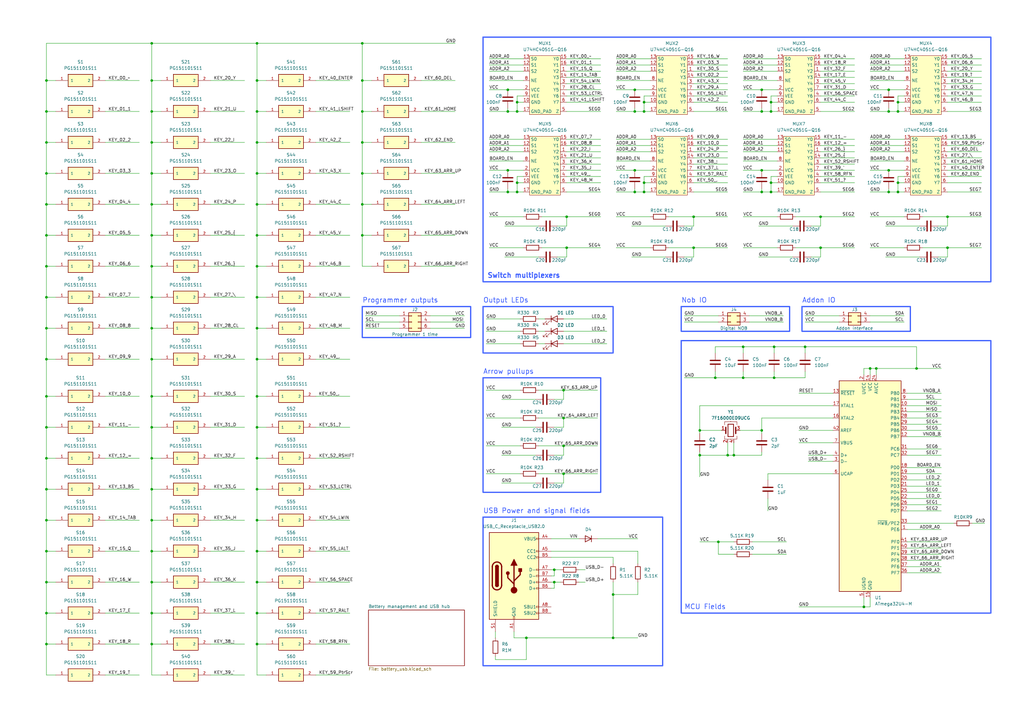
<source format=kicad_sch>
(kicad_sch (version 20230121) (generator eeschema)
  (paper "A3")
  (junction (at 304.8 142.24))
  (junction (at 148.59 58.42))
  (junction (at 317.5 142.24))
  (junction (at 336.55 88.9))
  (junction (at 312.42 69.85))
  (junction (at 105.41 134.62))
  (junction (at 105.41 251.46))
  (junction (at 312.42 36.83))
  (junction (at 287.02 176.53))
  (junction (at 212.09 78.74))
  (junction (at 62.23 58.42))
  (junction (at 105.41 213.36))
  (junction (at 227.33 238.76))
  (junction (at 231.14 160.02))
  (junction (at 62.23 213.36))
  (junction (at 105.41 121.92))
  (junction (at 264.16 74.93))
  (junction (at 105.41 33.02))
  (junction (at 215.9 261.62))
  (junction (at 105.41 83.82))
  (junction (at 19.05 175.26))
  (junction (at 212.09 74.93))
  (junction (at 105.41 58.42))
  (junction (at 62.23 96.52))
  (junction (at 208.28 78.74))
  (junction (at 19.05 187.96))
  (junction (at 260.35 69.85))
  (junction (at 19.05 45.72))
  (junction (at 148.59 33.02))
  (junction (at 105.41 96.52))
  (junction (at 19.05 264.16))
  (junction (at 19.05 162.56))
  (junction (at 208.28 45.72))
  (junction (at 105.41 71.12))
  (junction (at 62.23 83.82))
  (junction (at 312.42 45.72))
  (junction (at 264.16 41.91))
  (junction (at 368.3 78.74))
  (junction (at 105.41 200.66))
  (junction (at 368.3 41.91))
  (junction (at 62.23 109.22))
  (junction (at 294.64 222.25))
  (junction (at 260.35 45.72))
  (junction (at 300.99 186.69))
  (junction (at 208.28 36.83))
  (junction (at 364.49 78.74))
  (junction (at 19.05 238.76))
  (junction (at 105.41 45.72))
  (junction (at 19.05 109.22))
  (junction (at 368.3 45.72))
  (junction (at 62.23 134.62))
  (junction (at 62.23 264.16))
  (junction (at 105.41 238.76))
  (junction (at 316.23 74.93))
  (junction (at 317.5 154.94))
  (junction (at 232.41 88.9))
  (junction (at 388.62 88.9))
  (junction (at 251.46 243.84))
  (junction (at 231.14 171.45))
  (junction (at 19.05 121.92))
  (junction (at 251.46 261.62))
  (junction (at 105.41 226.06))
  (junction (at 62.23 226.06))
  (junction (at 62.23 238.76))
  (junction (at 62.23 175.26))
  (junction (at 316.23 45.72))
  (junction (at 316.23 78.74))
  (junction (at 208.28 69.85))
  (junction (at 260.35 78.74))
  (junction (at 284.48 88.9))
  (junction (at 227.33 233.68))
  (junction (at 231.14 182.88))
  (junction (at 148.59 83.82))
  (junction (at 19.05 33.02))
  (junction (at 388.62 101.6))
  (junction (at 105.41 109.22))
  (junction (at 62.23 251.46))
  (junction (at 105.41 147.32))
  (junction (at 354.33 248.92))
  (junction (at 364.49 69.85))
  (junction (at 105.41 17.78))
  (junction (at 264.16 45.72))
  (junction (at 19.05 213.36))
  (junction (at 62.23 121.92))
  (junction (at 19.05 96.52))
  (junction (at 364.49 45.72))
  (junction (at 19.05 71.12))
  (junction (at 19.05 251.46))
  (junction (at 62.23 71.12))
  (junction (at 62.23 187.96))
  (junction (at 105.41 264.16))
  (junction (at 19.05 147.32))
  (junction (at 293.37 154.94))
  (junction (at 148.59 17.78))
  (junction (at 316.23 41.91))
  (junction (at 212.09 45.72))
  (junction (at 232.41 101.6))
  (junction (at 62.23 147.32))
  (junction (at 105.41 187.96))
  (junction (at 62.23 33.02))
  (junction (at 359.41 151.13))
  (junction (at 287.02 186.69))
  (junction (at 62.23 45.72))
  (junction (at 148.59 71.12))
  (junction (at 312.42 78.74))
  (junction (at 356.87 151.13))
  (junction (at 336.55 101.6))
  (junction (at 148.59 96.52))
  (junction (at 62.23 162.56))
  (junction (at 105.41 175.26))
  (junction (at 19.05 58.42))
  (junction (at 260.35 36.83))
  (junction (at 304.8 154.94))
  (junction (at 19.05 83.82))
  (junction (at 231.14 194.31))
  (junction (at 19.05 226.06))
  (junction (at 212.09 41.91))
  (junction (at 264.16 78.74))
  (junction (at 312.42 176.53))
  (junction (at 19.05 134.62))
  (junction (at 330.2 142.24))
  (junction (at 62.23 200.66))
  (junction (at 298.45 186.69))
  (junction (at 105.41 162.56))
  (junction (at 19.05 200.66))
  (junction (at 148.59 45.72))
  (junction (at 62.23 17.78))
  (junction (at 284.48 101.6))
  (junction (at 375.92 151.13))
  (junction (at 364.49 36.83))
  (junction (at 368.3 74.93))
  (wire (pts (xy 316.23 78.74) (xy 318.77 78.74)))
  (wire (pts (xy 232.41 45.72) (xy 246.38 45.72)))
  (wire (pts (xy 317.5 152.4) (xy 317.5 154.94)))
  (wire (pts (xy 252.73 33.02) (xy 266.7 33.02)))
  (wire (pts (xy 372.11 194.31) (xy 386.08 194.31)))
  (wire (pts (xy 62.23 45.72) (xy 66.04 45.72)))
  (wire (pts (xy 199.39 194.31) (xy 213.36 194.31)))
  (wire (pts (xy 284.48 57.15) (xy 298.45 57.15)))
  (wire (pts (xy 372.11 204.47) (xy 386.08 204.47)))
  (wire (pts (xy 232.41 41.91) (xy 246.38 41.91)))
  (wire (pts (xy 62.23 162.56) (xy 62.23 175.26)))
  (wire (pts (xy 251.46 243.84) (xy 251.46 261.62)))
  (wire (pts (xy 304.8 57.15) (xy 318.77 57.15)))
  (wire (pts (xy 375.92 142.24) (xy 375.92 151.13)))
  (wire (pts (xy 129.54 226.06) (xy 143.51 226.06)))
  (wire (pts (xy 336.55 57.15) (xy 350.52 57.15)))
  (wire (pts (xy 62.23 83.82) (xy 66.04 83.82)))
  (wire (pts (xy 231.14 194.31) (xy 245.11 194.31)))
  (wire (pts (xy 205.74 163.83) (xy 219.71 163.83)))
  (wire (pts (xy 19.05 33.02) (xy 22.86 33.02)))
  (wire (pts (xy 384.81 92.71) (xy 388.62 92.71)))
  (wire (pts (xy 232.41 88.9) (xy 246.38 88.9)))
  (wire (pts (xy 232.41 101.6) (xy 246.38 101.6)))
  (wire (pts (xy 287.02 186.69) (xy 287.02 185.42)))
  (wire (pts (xy 105.41 162.56) (xy 109.22 162.56)))
  (wire (pts (xy 398.78 214.63) (xy 403.86 214.63)))
  (wire (pts (xy 327.66 181.61) (xy 341.63 181.61)))
  (wire (pts (xy 148.59 17.78) (xy 186.69 17.78)))
  (wire (pts (xy 388.62 26.67) (xy 402.59 26.67)))
  (wire (pts (xy 43.18 213.36) (xy 57.15 213.36)))
  (wire (pts (xy 312.42 69.85) (xy 318.77 69.85)))
  (wire (pts (xy 19.05 71.12) (xy 22.86 71.12)))
  (wire (pts (xy 330.2 132.08) (xy 344.17 132.08)))
  (wire (pts (xy 86.36 109.22) (xy 100.33 109.22)))
  (wire (pts (xy 280.67 92.71) (xy 284.48 92.71)))
  (wire (pts (xy 148.59 33.02) (xy 152.4 33.02)))
  (wire (pts (xy 86.36 71.12) (xy 100.33 71.12)))
  (wire (pts (xy 264.16 74.93) (xy 264.16 78.74)))
  (wire (pts (xy 43.18 134.62) (xy 57.15 134.62)))
  (wire (pts (xy 304.8 142.24) (xy 317.5 142.24)))
  (wire (pts (xy 105.41 200.66) (xy 105.41 213.36)))
  (wire (pts (xy 317.5 144.78) (xy 317.5 142.24)))
  (wire (pts (xy 378.46 101.6) (xy 388.62 101.6)))
  (wire (pts (xy 330.2 152.4) (xy 330.2 154.94)))
  (wire (pts (xy 86.36 175.26) (xy 100.33 175.26)))
  (wire (pts (xy 304.8 24.13) (xy 318.77 24.13)))
  (wire (pts (xy 388.62 29.21) (xy 402.59 29.21)))
  (wire (pts (xy 336.55 67.31) (xy 350.52 67.31)))
  (wire (pts (xy 368.3 78.74) (xy 370.84 78.74)))
  (wire (pts (xy 62.23 251.46) (xy 62.23 264.16)))
  (wire (pts (xy 372.11 168.91) (xy 386.08 168.91)))
  (wire (pts (xy 105.41 251.46) (xy 105.41 264.16)))
  (wire (pts (xy 354.33 151.13) (xy 356.87 151.13)))
  (wire (pts (xy 105.41 109.22) (xy 105.41 121.92)))
  (wire (pts (xy 252.73 57.15) (xy 266.7 57.15)))
  (wire (pts (xy 62.23 134.62) (xy 62.23 147.32)))
  (wire (pts (xy 326.39 101.6) (xy 336.55 101.6)))
  (wire (pts (xy 316.23 41.91) (xy 318.77 41.91)))
  (wire (pts (xy 86.36 45.72) (xy 100.33 45.72)))
  (wire (pts (xy 388.62 78.74) (xy 402.59 78.74)))
  (wire (pts (xy 318.77 39.37) (xy 316.23 39.37)))
  (wire (pts (xy 228.6 92.71) (xy 232.41 92.71)))
  (wire (pts (xy 220.98 160.02) (xy 231.14 160.02)))
  (wire (pts (xy 129.54 96.52) (xy 143.51 96.52)))
  (wire (pts (xy 354.33 153.67) (xy 354.33 151.13)))
  (wire (pts (xy 19.05 45.72) (xy 22.86 45.72)))
  (wire (pts (xy 252.73 69.85) (xy 260.35 69.85)))
  (wire (pts (xy 66.04 147.32) (xy 62.23 147.32)))
  (wire (pts (xy 284.48 39.37) (xy 298.45 39.37)))
  (wire (pts (xy 372.11 161.29) (xy 386.08 161.29)))
  (wire (pts (xy 327.66 176.53) (xy 341.63 176.53)))
  (wire (pts (xy 220.98 130.81) (xy 223.52 130.81)))
  (wire (pts (xy 62.23 162.56) (xy 66.04 162.56)))
  (wire (pts (xy 43.18 45.72) (xy 57.15 45.72)))
  (wire (pts (xy 208.28 77.47) (xy 208.28 78.74)))
  (wire (pts (xy 105.41 58.42) (xy 109.22 58.42)))
  (wire (pts (xy 252.73 29.21) (xy 266.7 29.21)))
  (wire (pts (xy 43.18 83.82) (xy 57.15 83.82)))
  (wire (pts (xy 336.55 74.93) (xy 350.52 74.93)))
  (wire (pts (xy 200.66 45.72) (xy 208.28 45.72)))
  (wire (pts (xy 203.2 269.24) (xy 203.2 270.51)))
  (wire (pts (xy 232.41 64.77) (xy 246.38 64.77)))
  (wire (pts (xy 251.46 261.62) (xy 261.62 261.62)))
  (wire (pts (xy 86.36 162.56) (xy 100.33 162.56)))
  (wire (pts (xy 231.14 175.26) (xy 231.14 171.45)))
  (wire (pts (xy 356.87 245.11) (xy 356.87 248.92)))
  (wire (pts (xy 205.74 186.69) (xy 219.71 186.69)))
  (wire (pts (xy 105.41 33.02) (xy 109.22 33.02)))
  (wire (pts (xy 227.33 186.69) (xy 231.14 186.69)))
  (wire (pts (xy 148.59 83.82) (xy 152.4 83.82)))
  (wire (pts (xy 264.16 45.72) (xy 266.7 45.72)))
  (wire (pts (xy 356.87 78.74) (xy 364.49 78.74)))
  (wire (pts (xy 19.05 200.66) (xy 22.86 200.66)))
  (wire (pts (xy 304.8 66.04) (xy 318.77 66.04)))
  (wire (pts (xy 129.54 238.76) (xy 143.51 238.76)))
  (wire (pts (xy 200.66 24.13) (xy 214.63 24.13)))
  (wire (pts (xy 364.49 77.47) (xy 364.49 78.74)))
  (wire (pts (xy 86.36 200.66) (xy 100.33 200.66)))
  (wire (pts (xy 149.86 129.54) (xy 163.83 129.54)))
  (wire (pts (xy 19.05 58.42) (xy 22.86 58.42)))
  (wire (pts (xy 261.62 226.06) (xy 261.62 231.14)))
  (wire (pts (xy 105.41 109.22) (xy 109.22 109.22)))
  (wire (pts (xy 19.05 45.72) (xy 19.05 58.42)))
  (wire (pts (xy 312.42 77.47) (xy 312.42 78.74)))
  (wire (pts (xy 232.41 31.75) (xy 246.38 31.75)))
  (wire (pts (xy 372.11 176.53) (xy 386.08 176.53)))
  (wire (pts (xy 372.11 166.37) (xy 386.08 166.37)))
  (wire (pts (xy 86.36 213.36) (xy 100.33 213.36)))
  (wire (pts (xy 19.05 264.16) (xy 22.86 264.16)))
  (wire (pts (xy 293.37 154.94) (xy 304.8 154.94)))
  (wire (pts (xy 172.72 33.02) (xy 186.69 33.02)))
  (wire (pts (xy 43.18 109.22) (xy 57.15 109.22)))
  (wire (pts (xy 287.02 186.69) (xy 287.02 195.58)))
  (wire (pts (xy 231.14 171.45) (xy 245.11 171.45)))
  (wire (pts (xy 148.59 17.78) (xy 148.59 33.02)))
  (wire (pts (xy 384.81 105.41) (xy 388.62 105.41)))
  (wire (pts (xy 252.73 59.69) (xy 266.7 59.69)))
  (wire (pts (xy 259.08 92.71) (xy 273.05 92.71)))
  (wire (pts (xy 314.96 204.47) (xy 314.96 209.55)))
  (wire (pts (xy 364.49 44.45) (xy 364.49 45.72)))
  (wire (pts (xy 372.11 196.85) (xy 386.08 196.85)))
  (wire (pts (xy 62.23 121.92) (xy 62.23 134.62)))
  (wire (pts (xy 280.67 105.41) (xy 284.48 105.41)))
  (wire (pts (xy 62.23 33.02) (xy 66.04 33.02)))
  (wire (pts (xy 316.23 41.91) (xy 316.23 45.72)))
  (wire (pts (xy 284.48 88.9) (xy 284.48 92.71)))
  (wire (pts (xy 388.62 101.6) (xy 402.59 101.6)))
  (wire (pts (xy 43.18 238.76) (xy 57.15 238.76)))
  (wire (pts (xy 330.2 144.78) (xy 330.2 142.24)))
  (wire (pts (xy 284.48 67.31) (xy 298.45 67.31)))
  (wire (pts (xy 232.41 62.23) (xy 246.38 62.23)))
  (wire (pts (xy 252.73 24.13) (xy 266.7 24.13)))
  (wire (pts (xy 294.64 222.25) (xy 300.99 222.25)))
  (wire (pts (xy 252.73 66.04) (xy 266.7 66.04)))
  (wire (pts (xy 304.8 101.6) (xy 318.77 101.6)))
  (wire (pts (xy 62.23 226.06) (xy 66.04 226.06)))
  (wire (pts (xy 336.55 26.67) (xy 350.52 26.67)))
  (wire (pts (xy 356.87 62.23) (xy 370.84 62.23)))
  (wire (pts (xy 372.11 227.33) (xy 386.08 227.33)))
  (wire (pts (xy 304.8 45.72) (xy 312.42 45.72)))
  (wire (pts (xy 316.23 39.37) (xy 316.23 41.91)))
  (wire (pts (xy 359.41 151.13) (xy 375.92 151.13)))
  (wire (pts (xy 62.23 200.66) (xy 62.23 213.36)))
  (wire (pts (xy 105.41 147.32) (xy 105.41 162.56)))
  (wire (pts (xy 336.55 59.69) (xy 350.52 59.69)))
  (wire (pts (xy 388.62 69.85) (xy 402.59 69.85)))
  (wire (pts (xy 205.74 198.12) (xy 219.71 198.12)))
  (wire (pts (xy 356.87 33.02) (xy 370.84 33.02)))
  (wire (pts (xy 19.05 109.22) (xy 22.86 109.22)))
  (wire (pts (xy 317.5 154.94) (xy 330.2 154.94)))
  (wire (pts (xy 43.18 200.66) (xy 57.15 200.66)))
  (wire (pts (xy 62.23 134.62) (xy 66.04 134.62)))
  (wire (pts (xy 208.28 36.83) (xy 214.63 36.83)))
  (wire (pts (xy 372.11 201.93) (xy 386.08 201.93)))
  (wire (pts (xy 43.18 58.42) (xy 57.15 58.42)))
  (wire (pts (xy 304.8 78.74) (xy 312.42 78.74)))
  (wire (pts (xy 372.11 217.17) (xy 386.08 217.17)))
  (wire (pts (xy 220.98 140.97) (xy 223.52 140.97)))
  (wire (pts (xy 172.72 83.82) (xy 186.69 83.82)))
  (wire (pts (xy 86.36 147.32) (xy 100.33 147.32)))
  (wire (pts (xy 388.62 67.31) (xy 402.59 67.31)))
  (wire (pts (xy 231.14 160.02) (xy 245.11 160.02)))
  (wire (pts (xy 105.41 213.36) (xy 105.41 226.06)))
  (wire (pts (xy 274.32 88.9) (xy 284.48 88.9)))
  (wire (pts (xy 356.87 248.92) (xy 354.33 248.92)))
  (wire (pts (xy 226.06 236.22) (xy 227.33 236.22)))
  (wire (pts (xy 212.09 41.91) (xy 212.09 45.72)))
  (wire (pts (xy 316.23 45.72) (xy 318.77 45.72)))
  (wire (pts (xy 210.82 261.62) (xy 215.9 261.62)))
  (wire (pts (xy 232.41 34.29) (xy 246.38 34.29)))
  (wire (pts (xy 200.66 66.04) (xy 214.63 66.04)))
  (wire (pts (xy 227.33 238.76) (xy 229.87 238.76)))
  (wire (pts (xy 226.06 233.68) (xy 227.33 233.68)))
  (wire (pts (xy 356.87 45.72) (xy 364.49 45.72)))
  (wire (pts (xy 356.87 36.83) (xy 364.49 36.83)))
  (wire (pts (xy 356.87 66.04) (xy 370.84 66.04)))
  (wire (pts (xy 129.54 276.86) (xy 143.51 276.86)))
  (wire (pts (xy 372.11 179.07) (xy 386.08 179.07)))
  (wire (pts (xy 388.62 41.91) (xy 402.59 41.91)))
  (wire (pts (xy 212.09 45.72) (xy 214.63 45.72)))
  (wire (pts (xy 208.28 78.74) (xy 212.09 78.74)))
  (wire (pts (xy 148.59 45.72) (xy 152.4 45.72)))
  (wire (pts (xy 304.8 144.78) (xy 304.8 142.24)))
  (wire (pts (xy 220.98 194.31) (xy 231.14 194.31)))
  (wire (pts (xy 356.87 57.15) (xy 370.84 57.15)))
  (wire (pts (xy 336.55 41.91) (xy 350.52 41.91)))
  (wire (pts (xy 232.41 78.74) (xy 246.38 78.74)))
  (wire (pts (xy 372.11 207.01) (xy 386.08 207.01)))
  (wire (pts (xy 86.36 264.16) (xy 100.33 264.16)))
  (wire (pts (xy 19.05 238.76) (xy 22.86 238.76)))
  (wire (pts (xy 19.05 121.92) (xy 22.86 121.92)))
  (wire (pts (xy 311.15 92.71) (xy 325.12 92.71)))
  (wire (pts (xy 356.87 69.85) (xy 364.49 69.85)))
  (wire (pts (xy 129.54 213.36) (xy 143.51 213.36)))
  (wire (pts (xy 19.05 200.66) (xy 19.05 213.36)))
  (wire (pts (xy 260.35 44.45) (xy 260.35 45.72)))
  (wire (pts (xy 228.6 105.41) (xy 232.41 105.41)))
  (wire (pts (xy 388.62 34.29) (xy 402.59 34.29)))
  (wire (pts (xy 356.87 26.67) (xy 370.84 26.67)))
  (wire (pts (xy 226.06 238.76) (xy 227.33 238.76)))
  (wire (pts (xy 280.67 154.94) (xy 293.37 154.94)))
  (wire (pts (xy 226.06 226.06) (xy 261.62 226.06)))
  (wire (pts (xy 312.42 186.69) (xy 312.42 185.42)))
  (wire (pts (xy 336.55 29.21) (xy 350.52 29.21)))
  (wire (pts (xy 284.48 59.69) (xy 298.45 59.69)))
  (wire (pts (xy 317.5 142.24) (xy 330.2 142.24)))
  (wire (pts (xy 364.49 78.74) (xy 368.3 78.74)))
  (wire (pts (xy 336.55 101.6) (xy 350.52 101.6)))
  (wire (pts (xy 307.34 132.08) (xy 321.31 132.08)))
  (wire (pts (xy 388.62 57.15) (xy 402.59 57.15)))
  (wire (pts (xy 105.41 264.16) (xy 109.22 264.16)))
  (wire (pts (xy 19.05 96.52) (xy 19.05 109.22)))
  (wire (pts (xy 287.02 176.53) (xy 295.91 176.53)))
  (wire (pts (xy 332.74 105.41) (xy 336.55 105.41)))
  (wire (pts (xy 293.37 144.78) (xy 293.37 142.24)))
  (wire (pts (xy 372.11 214.63) (xy 391.16 214.63)))
  (wire (pts (xy 62.23 58.42) (xy 66.04 58.42)))
  (wire (pts (xy 43.18 264.16) (xy 57.15 264.16)))
  (wire (pts (xy 172.72 71.12) (xy 186.69 71.12)))
  (wire (pts (xy 284.48 72.39) (xy 298.45 72.39)))
  (wire (pts (xy 232.41 105.41) (xy 232.41 101.6)))
  (wire (pts (xy 316.23 74.93) (xy 316.23 78.74)))
  (wire (pts (xy 172.72 45.72) (xy 186.69 45.72)))
  (wire (pts (xy 327.66 161.29) (xy 341.63 161.29)))
  (wire (pts (xy 208.28 44.45) (xy 208.28 45.72)))
  (wire (pts (xy 86.36 276.86) (xy 100.33 276.86)))
  (wire (pts (xy 227.33 198.12) (xy 231.14 198.12)))
  (wire (pts (xy 330.2 129.54) (xy 344.17 129.54)))
  (wire (pts (xy 312.42 171.45) (xy 341.63 171.45)))
  (wire (pts (xy 336.55 31.75) (xy 350.52 31.75)))
  (wire (pts (xy 237.49 238.76) (xy 240.03 238.76)))
  (wire (pts (xy 62.23 121.92) (xy 66.04 121.92)))
  (wire (pts (xy 200.66 29.21) (xy 214.63 29.21)))
  (wire (pts (xy 220.98 182.88) (xy 231.14 182.88)))
  (wire (pts (xy 19.05 175.26) (xy 22.86 175.26)))
  (wire (pts (xy 252.73 45.72) (xy 260.35 45.72)))
  (wire (pts (xy 19.05 109.22) (xy 19.05 121.92)))
  (wire (pts (xy 252.73 26.67) (xy 266.7 26.67)))
  (wire (pts (xy 19.05 147.32) (xy 19.05 162.56)))
  (wire (pts (xy 19.05 226.06) (xy 19.05 238.76)))
  (wire (pts (xy 43.18 121.92) (xy 57.15 121.92)))
  (wire (pts (xy 368.3 45.72) (xy 370.84 45.72)))
  (wire (pts (xy 210.82 259.08) (xy 210.82 261.62)))
  (wire (pts (xy 364.49 45.72) (xy 368.3 45.72)))
  (wire (pts (xy 105.41 83.82) (xy 109.22 83.82)))
  (wire (pts (xy 212.09 72.39) (xy 212.09 74.93)))
  (wire (pts (xy 260.35 77.47) (xy 260.35 78.74)))
  (wire (pts (xy 326.39 88.9) (xy 336.55 88.9)))
  (wire (pts (xy 208.28 69.85) (xy 214.63 69.85)))
  (wire (pts (xy 388.62 101.6) (xy 388.62 105.41)))
  (wire (pts (xy 274.32 101.6) (xy 284.48 101.6)))
  (wire (pts (xy 200.66 69.85) (xy 208.28 69.85)))
  (wire (pts (xy 388.62 88.9) (xy 402.59 88.9)))
  (wire (pts (xy 260.35 69.85) (xy 266.7 69.85)))
  (wire (pts (xy 312.42 44.45) (xy 312.42 45.72)))
  (wire (pts (xy 86.36 134.62) (xy 100.33 134.62)))
  (wire (pts (xy 19.05 17.78) (xy 19.05 33.02)))
  (wire (pts (xy 200.66 33.02) (xy 214.63 33.02)))
  (wire (pts (xy 148.59 33.02) (xy 148.59 45.72)))
  (wire (pts (xy 212.09 74.93) (xy 212.09 78.74)))
  (wire (pts (xy 62.23 226.06) (xy 62.23 238.76)))
  (wire (pts (xy 364.49 36.83) (xy 370.84 36.83)))
  (wire (pts (xy 231.14 163.83) (xy 231.14 160.02)))
  (wire (pts (xy 284.48 78.74) (xy 298.45 78.74)))
  (wire (pts (xy 105.41 96.52) (xy 109.22 96.52)))
  (wire (pts (xy 199.39 130.81) (xy 213.36 130.81)))
  (wire (pts (xy 129.54 71.12) (xy 143.51 71.12)))
  (wire (pts (xy 294.64 227.33) (xy 294.64 222.25)))
  (wire (pts (xy 105.41 134.62) (xy 105.41 147.32)))
  (wire (pts (xy 105.41 45.72) (xy 105.41 58.42)))
  (wire (pts (xy 284.48 74.93) (xy 298.45 74.93)))
  (wire (pts (xy 336.55 34.29) (xy 350.52 34.29)))
  (wire (pts (xy 200.66 26.67) (xy 214.63 26.67)))
  (wire (pts (xy 308.61 222.25) (xy 322.58 222.25)))
  (wire (pts (xy 129.54 162.56) (xy 143.51 162.56)))
  (wire (pts (xy 363.22 92.71) (xy 377.19 92.71)))
  (wire (pts (xy 231.14 135.89) (xy 248.92 135.89)))
  (wire (pts (xy 311.15 105.41) (xy 325.12 105.41)))
  (wire (pts (xy 304.8 26.67) (xy 318.77 26.67)))
  (wire (pts (xy 129.54 109.22) (xy 143.51 109.22)))
  (wire (pts (xy 19.05 83.82) (xy 19.05 96.52)))
  (wire (pts (xy 252.73 78.74) (xy 260.35 78.74)))
  (wire (pts (xy 200.66 101.6) (xy 214.63 101.6)))
  (wire (pts (xy 232.41 74.93) (xy 246.38 74.93)))
  (wire (pts (xy 336.55 45.72) (xy 350.52 45.72)))
  (wire (pts (xy 129.54 33.02) (xy 143.51 33.02)))
  (wire (pts (xy 62.23 238.76) (xy 62.23 251.46)))
  (wire (pts (xy 304.8 154.94) (xy 317.5 154.94)))
  (wire (pts (xy 62.23 147.32) (xy 62.23 162.56)))
  (wire (pts (xy 264.16 78.74) (xy 266.7 78.74)))
  (wire (pts (xy 284.48 41.91) (xy 298.45 41.91)))
  (wire (pts (xy 280.67 132.08) (xy 294.64 132.08)))
  (wire (pts (xy 388.62 64.77) (xy 402.59 64.77)))
  (wire (pts (xy 372.11 184.15) (xy 386.08 184.15)))
  (wire (pts (xy 336.55 78.74) (xy 350.52 78.74)))
  (wire (pts (xy 212.09 41.91) (xy 214.63 41.91)))
  (wire (pts (xy 43.18 251.46) (xy 57.15 251.46)))
  (wire (pts (xy 62.23 213.36) (xy 66.04 213.36)))
  (wire (pts (xy 222.25 88.9) (xy 232.41 88.9)))
  (wire (pts (xy 62.23 71.12) (xy 62.23 83.82)))
  (wire (pts (xy 336.55 64.77) (xy 350.52 64.77)))
  (wire (pts (xy 232.41 92.71) (xy 232.41 88.9)))
  (wire (pts (xy 214.63 39.37) (xy 212.09 39.37)))
  (wire (pts (xy 308.61 227.33) (xy 322.58 227.33)))
  (wire (pts (xy 207.01 92.71) (xy 220.98 92.71)))
  (wire (pts (xy 368.3 72.39) (xy 368.3 74.93)))
  (wire (pts (xy 129.54 83.82) (xy 143.51 83.82)))
  (wire (pts (xy 105.41 175.26) (xy 105.41 187.96)))
  (wire (pts (xy 227.33 233.68) (xy 229.87 233.68)))
  (wire (pts (xy 232.41 57.15) (xy 246.38 57.15)))
  (wire (pts (xy 316.23 72.39) (xy 316.23 74.93)))
  (wire (pts (xy 105.41 45.72) (xy 109.22 45.72)))
  (wire (pts (xy 304.8 88.9) (xy 318.77 88.9)))
  (wire (pts (xy 19.05 175.26) (xy 19.05 187.96)))
  (wire (pts (xy 372.11 191.77) (xy 386.08 191.77)))
  (wire (pts (xy 372.11 222.25) (xy 386.08 222.25)))
  (wire (pts (xy 264.16 39.37) (xy 264.16 41.91)))
  (wire (pts (xy 43.18 276.86) (xy 57.15 276.86)))
  (wire (pts (xy 372.11 234.95) (xy 386.08 234.95)))
  (wire (pts (xy 260.35 78.74) (xy 264.16 78.74)))
  (wire (pts (xy 284.48 34.29) (xy 298.45 34.29)))
  (wire (pts (xy 148.59 96.52) (xy 152.4 96.52)))
  (wire (pts (xy 227.33 163.83) (xy 231.14 163.83)))
  (wire (pts (xy 172.72 96.52) (xy 186.69 96.52)))
  (wire (pts (xy 372.11 171.45) (xy 386.08 171.45)))
  (wire (pts (xy 314.96 194.31) (xy 341.63 194.31)))
  (wire (pts (xy 214.63 72.39) (xy 212.09 72.39)))
  (wire (pts (xy 19.05 33.02) (xy 19.05 45.72)))
  (wire (pts (xy 105.41 187.96) (xy 105.41 200.66)))
  (wire (pts (xy 19.05 238.76) (xy 19.05 251.46)))
  (wire (pts (xy 19.05 226.06) (xy 22.86 226.06)))
  (wire (pts (xy 304.8 152.4) (xy 304.8 154.94)))
  (wire (pts (xy 212.09 39.37) (xy 212.09 41.91)))
  (wire (pts (xy 62.23 17.78) (xy 105.41 17.78)))
  (wire (pts (xy 176.53 134.62) (xy 190.5 134.62)))
  (wire (pts (xy 86.36 238.76) (xy 100.33 238.76)))
  (wire (pts (xy 284.48 64.77) (xy 298.45 64.77)))
  (wire (pts (xy 372.11 199.39) (xy 386.08 199.39)))
  (wire (pts (xy 331.47 189.23) (xy 341.63 189.23)))
  (wire (pts (xy 199.39 160.02) (xy 213.36 160.02)))
  (wire (pts (xy 19.05 187.96) (xy 19.05 200.66)))
  (wire (pts (xy 372.11 173.99) (xy 386.08 173.99)))
  (wire (pts (xy 62.23 200.66) (xy 66.04 200.66)))
  (wire (pts (xy 252.73 88.9) (xy 266.7 88.9)))
  (wire (pts (xy 231.14 140.97) (xy 248.92 140.97)))
  (wire (pts (xy 364.49 69.85) (xy 370.84 69.85)))
  (wire (pts (xy 363.22 105.41) (xy 377.19 105.41)))
  (wire (pts (xy 226.06 241.3) (xy 227.33 241.3)))
  (wire (pts (xy 105.41 238.76) (xy 105.41 251.46)))
  (wire (pts (xy 199.39 171.45) (xy 213.36 171.45)))
  (wire (pts (xy 62.23 238.76) (xy 66.04 238.76)))
  (wire (pts (xy 86.36 187.96) (xy 100.33 187.96)))
  (wire (pts (xy 62.23 264.16) (xy 62.23 276.86)))
  (wire (pts (xy 284.48 45.72) (xy 298.45 45.72)))
  (wire (pts (xy 300.99 227.33) (xy 294.64 227.33)))
  (wire (pts (xy 19.05 121.92) (xy 19.05 134.62)))
  (wire (pts (xy 312.42 78.74) (xy 316.23 78.74)))
  (wire (pts (xy 368.3 74.93) (xy 368.3 78.74)))
  (wire (pts (xy 199.39 140.97) (xy 213.36 140.97)))
  (wire (pts (xy 231.14 182.88) (xy 245.11 182.88)))
  (wire (pts (xy 176.53 129.54) (xy 190.5 129.54)))
  (wire (pts (xy 43.18 71.12) (xy 57.15 71.12)))
  (wire (pts (xy 203.2 270.51) (xy 215.9 270.51)))
  (wire (pts (xy 43.18 175.26) (xy 57.15 175.26)))
  (wire (pts (xy 232.41 26.67) (xy 246.38 26.67)))
  (wire (pts (xy 287.02 177.8) (xy 287.02 176.53)))
  (wire (pts (xy 19.05 251.46) (xy 22.86 251.46)))
  (wire (pts (xy 312.42 45.72) (xy 316.23 45.72)))
  (wire (pts (xy 149.86 134.62) (xy 163.83 134.62)))
  (wire (pts (xy 105.41 238.76) (xy 109.22 238.76)))
  (wire (pts (xy 287.02 222.25) (xy 294.64 222.25)))
  (wire (pts (xy 388.62 39.37) (xy 402.59 39.37)))
  (wire (pts (xy 336.55 62.23) (xy 350.52 62.23)))
  (wire (pts (xy 372.11 209.55) (xy 386.08 209.55)))
  (wire (pts (xy 227.33 241.3) (xy 227.33 238.76)))
  (wire (pts (xy 129.54 187.96) (xy 143.51 187.96)))
  (wire (pts (xy 220.98 171.45) (xy 231.14 171.45)))
  (wire (pts (xy 356.87 151.13) (xy 359.41 151.13)))
  (wire (pts (xy 43.18 33.02) (xy 57.15 33.02)))
  (wire (pts (xy 356.87 29.21) (xy 370.84 29.21)))
  (wire (pts (xy 148.59 71.12) (xy 152.4 71.12)))
  (wire (pts (xy 129.54 58.42) (xy 143.51 58.42)))
  (wire (pts (xy 232.41 29.21) (xy 246.38 29.21)))
  (wire (pts (xy 312.42 177.8) (xy 312.42 176.53)))
  (wire (pts (xy 227.33 175.26) (xy 231.14 175.26)))
  (wire (pts (xy 19.05 83.82) (xy 22.86 83.82)))
  (wire (pts (xy 336.55 36.83) (xy 350.52 36.83)))
  (wire (pts (xy 336.55 88.9) (xy 336.55 92.71)))
  (wire (pts (xy 62.23 187.96) (xy 66.04 187.96)))
  (wire (pts (xy 260.35 36.83) (xy 266.7 36.83)))
  (wire (pts (xy 200.66 59.69) (xy 214.63 59.69)))
  (wire (pts (xy 226.06 228.6) (xy 251.46 228.6)))
  (wire (pts (xy 232.41 24.13) (xy 246.38 24.13)))
  (wire (pts (xy 62.23 109.22) (xy 66.04 109.22)))
  (wire (pts (xy 251.46 228.6) (xy 251.46 231.14)))
  (wire (pts (xy 148.59 83.82) (xy 148.59 96.52)))
  (wire (pts (xy 129.54 121.92) (xy 143.51 121.92)))
  (wire (pts (xy 200.66 88.9) (xy 214.63 88.9)))
  (wire (pts (xy 200.66 78.74) (xy 208.28 78.74)))
  (wire (pts (xy 312.42 36.83) (xy 318.77 36.83)))
  (wire (pts (xy 388.62 74.93) (xy 402.59 74.93)))
  (wire (pts (xy 172.72 109.22) (xy 186.69 109.22)))
  (wire (pts (xy 336.55 72.39) (xy 350.52 72.39)))
  (wire (pts (xy 252.73 101.6) (xy 266.7 101.6)))
  (wire (pts (xy 284.48 26.67) (xy 298.45 26.67)))
  (wire (pts (xy 129.54 264.16) (xy 143.51 264.16)))
  (wire (pts (xy 259.08 105.41) (xy 273.05 105.41)))
  (wire (pts (xy 312.42 176.53) (xy 312.42 171.45)))
  (wire (pts (xy 237.49 233.68) (xy 240.03 233.68)))
  (wire (pts (xy 220.98 135.89) (xy 223.52 135.89)))
  (wire (pts (xy 264.16 41.91) (xy 266.7 41.91)))
  (wire (pts (xy 372.11 186.69) (xy 386.08 186.69)))
  (wire (pts (xy 129.54 251.46) (xy 143.51 251.46)))
  (wire (pts (xy 354.33 245.11) (xy 354.33 248.92)))
  (wire (pts (xy 212.09 78.74) (xy 214.63 78.74)))
  (wire (pts (xy 62.23 213.36) (xy 62.23 226.06)))
  (wire (pts (xy 19.05 251.46) (xy 19.05 264.16)))
  (wire (pts (xy 208.28 45.72) (xy 212.09 45.72)))
  (wire (pts (xy 215.9 270.51) (xy 215.9 261.62)))
  (wire (pts (xy 86.36 226.06) (xy 100.33 226.06)))
  (wire (pts (xy 378.46 88.9) (xy 388.62 88.9)))
  (wire (pts (xy 261.62 243.84) (xy 251.46 243.84)))
  (wire (pts (xy 266.7 39.37) (xy 264.16 39.37)))
  (wire (pts (xy 300.99 186.69) (xy 312.42 186.69)))
  (wire (pts (xy 105.41 187.96) (xy 109.22 187.96)))
  (wire (pts (xy 336.55 88.9) (xy 350.52 88.9)))
  (wire (pts (xy 293.37 152.4) (xy 293.37 154.94)))
  (wire (pts (xy 227.33 236.22) (xy 227.33 233.68)))
  (wire (pts (xy 62.23 264.16) (xy 66.04 264.16)))
  (wire (pts (xy 105.41 175.26) (xy 109.22 175.26)))
  (wire (pts (xy 62.23 83.82) (xy 62.23 96.52)))
  (wire (pts (xy 359.41 153.67) (xy 359.41 151.13)))
  (wire (pts (xy 314.96 196.85) (xy 314.96 194.31)))
  (wire (pts (xy 327.66 248.92) (xy 354.33 248.92)))
  (wire (pts (xy 19.05 162.56) (xy 22.86 162.56)))
  (wire (pts (xy 62.23 71.12) (xy 66.04 71.12)))
  (wire (pts (xy 105.41 264.16) (xy 105.41 276.86)))
  (wire (pts (xy 330.2 142.24) (xy 375.92 142.24)))
  (wire (pts (xy 307.34 129.54) (xy 321.31 129.54)))
  (wire (pts (xy 19.05 162.56) (xy 19.05 175.26)))
  (wire (pts (xy 86.36 58.42) (xy 100.33 58.42)))
  (wire (pts (xy 332.74 92.71) (xy 336.55 92.71)))
  (wire (pts (xy 222.25 101.6) (xy 232.41 101.6)))
  (wire (pts (xy 232.41 72.39) (xy 246.38 72.39)))
  (wire (pts (xy 62.23 109.22) (xy 62.23 121.92)))
  (wire (pts (xy 261.62 238.76) (xy 261.62 243.84)))
  (wire (pts (xy 62.23 17.78) (xy 62.23 33.02)))
  (wire (pts (xy 245.11 220.98) (xy 261.62 220.98)))
  (wire (pts (xy 62.23 33.02) (xy 62.23 45.72)))
  (wire (pts (xy 356.87 153.67) (xy 356.87 151.13)))
  (wire (pts (xy 129.54 147.32) (xy 143.51 147.32)))
  (wire (pts (xy 372.11 224.79) (xy 386.08 224.79)))
  (wire (pts (xy 105.41 17.78) (xy 148.59 17.78)))
  (wire (pts (xy 212.09 74.93) (xy 214.63 74.93)))
  (wire (pts (xy 105.41 134.62) (xy 109.22 134.62)))
  (wire (pts (xy 19.05 96.52) (xy 22.86 96.52)))
  (wire (pts (xy 284.48 29.21) (xy 298.45 29.21)))
  (wire (pts (xy 287.02 186.69) (xy 298.45 186.69)))
  (wire (pts (xy 148.59 45.72) (xy 148.59 58.42)))
  (wire (pts (xy 232.41 39.37) (xy 246.38 39.37)))
  (wire (pts (xy 298.45 181.61) (xy 298.45 186.69)))
  (wire (pts (xy 207.01 105.41) (xy 220.98 105.41)))
  (wire (pts (xy 388.62 88.9) (xy 388.62 92.71)))
  (wire (pts (xy 284.48 31.75) (xy 298.45 31.75)))
  (wire (pts (xy 372.11 232.41) (xy 386.08 232.41)))
  (wire (pts (xy 105.41 251.46) (xy 109.22 251.46)))
  (wire (pts (xy 19.05 134.62) (xy 19.05 147.32)))
  (wire (pts (xy 62.23 175.26) (xy 62.23 187.96)))
  (wire (pts (xy 148.59 58.42) (xy 152.4 58.42)))
  (wire (pts (xy 148.59 109.22) (xy 152.4 109.22)))
  (wire (pts (xy 232.41 69.85) (xy 246.38 69.85)))
  (wire (pts (xy 298.45 186.69) (xy 300.99 186.69)))
  (wire (pts (xy 284.48 101.6) (xy 298.45 101.6)))
  (wire (pts (xy 251.46 238.76) (xy 251.46 243.84)))
  (wire (pts (xy 231.14 186.69) (xy 231.14 182.88)))
  (wire (pts (xy 62.23 276.86) (xy 66.04 276.86)))
  (wire (pts (xy 388.62 72.39) (xy 402.59 72.39)))
  (wire (pts (xy 375.92 151.13) (xy 386.08 151.13)))
  (wire (pts (xy 203.2 259.08) (xy 203.2 261.62)))
  (wire (pts (xy 304.8 69.85) (xy 312.42 69.85)))
  (wire (pts (xy 205.74 175.26) (xy 219.71 175.26)))
  (wire (pts (xy 199.39 135.89) (xy 213.36 135.89)))
  (wire (pts (xy 105.41 58.42) (xy 105.41 71.12)))
  (wire (pts (xy 105.41 83.82) (xy 105.41 96.52)))
  (wire (pts (xy 148.59 96.52) (xy 148.59 109.22)))
  (wire (pts (xy 368.3 41.91) (xy 370.84 41.91)))
  (wire (pts (xy 43.18 147.32) (xy 57.15 147.32)))
  (wire (pts (xy 43.18 187.96) (xy 57.15 187.96)))
  (wire (pts (xy 284.48 62.23) (xy 298.45 62.23)))
  (wire (pts (xy 284.48 88.9) (xy 298.45 88.9)))
  (wire (pts (xy 336.55 39.37) (xy 350.52 39.37)))
  (wire (pts (xy 304.8 36.83) (xy 312.42 36.83)))
  (wire (pts (xy 284.48 24.13) (xy 298.45 24.13)))
  (wire (pts (xy 105.41 96.52) (xy 105.41 109.22)))
  (wire (pts (xy 19.05 134.62) (xy 22.86 134.62)))
  (wire (pts (xy 19.05 213.36) (xy 22.86 213.36)))
  (wire (pts (xy 19.05 58.42) (xy 19.05 71.12)))
  (wire (pts (xy 331.47 186.69) (xy 341.63 186.69)))
  (wire (pts (xy 372.11 229.87) (xy 386.08 229.87)))
  (wire (pts (xy 105.41 226.06) (xy 109.22 226.06)))
  (wire (pts (xy 336.55 101.6) (xy 336.55 105.41)))
  (wire (pts (xy 19.05 213.36) (xy 19.05 226.06)))
  (wire (pts (xy 287.02 176.53) (xy 287.02 166.37)))
  (wire (pts (xy 200.66 62.23) (xy 214.63 62.23)))
  (wire (pts (xy 368.3 74.93) (xy 370.84 74.93)))
  (wire (pts (xy 232.41 36.83) (xy 246.38 36.83)))
  (wire (pts (xy 370.84 39.37) (xy 368.3 39.37)))
  (wire (pts (xy 86.36 251.46) (xy 100.33 251.46)))
  (wire (pts (xy 356.87 24.13) (xy 370.84 24.13)))
  (wire (pts (xy 105.41 226.06) (xy 105.41 238.76)))
  (wire (pts (xy 304.8 62.23) (xy 318.77 62.23)))
  (wire (pts (xy 252.73 36.83) (xy 260.35 36.83)))
  (wire (pts (xy 356.87 59.69) (xy 370.84 59.69)))
  (wire (pts (xy 232.41 67.31) (xy 246.38 67.31)))
  (wire (pts (xy 304.8 29.21) (xy 318.77 29.21)))
  (wire (pts (xy 86.36 121.92) (xy 100.33 121.92)))
  (wire (pts (xy 252.73 62.23) (xy 266.7 62.23)))
  (wire (pts (xy 316.23 74.93) (xy 318.77 74.93)))
  (wire (pts (xy 287.02 166.37) (xy 341.63 166.37)))
  (wire (pts (xy 62.23 251.46) (xy 66.04 251.46)))
  (wire (pts (xy 43.18 96.52) (xy 57.15 96.52)))
  (wire (pts (xy 266.7 72.39) (xy 264.16 72.39)))
  (wire (pts (xy 148.59 58.42) (xy 148.59 71.12)))
  (wire (pts (xy 105.41 71.12) (xy 105.41 83.82)))
  (wire (pts (xy 318.77 72.39) (xy 316.23 72.39)))
  (wire (pts (xy 62.23 96.52) (xy 66.04 96.52)))
  (wire (pts (xy 172.72 58.42) (xy 186.69 58.42)))
  (wire (pts (xy 388.62 24.13) (xy 402.59 24.13)))
  (wire (pts (xy 336.55 69.85) (xy 350.52 69.85)))
  (wire (pts (xy 22.86 147.32) (xy 19.05 147.32)))
  (wire (pts (xy 388.62 59.69) (xy 402.59 59.69)))
  (wire (pts (xy 356.87 101.6) (xy 370.84 101.6)))
  (wire (pts (xy 260.35 45.72) (xy 264.16 45.72)))
  (wire (pts (xy 356.87 132.08) (xy 370.84 132.08)))
  (wire (pts (xy 105.41 17.78) (xy 105.41 33.02)))
  (wire (pts (xy 19.05 276.86) (xy 22.86 276.86)))
  (wire (pts (xy 105.41 33.02) (xy 105.41 45.72)))
  (wire (pts (xy 129.54 175.26) (xy 143.51 175.26)))
  (wire (pts (xy 86.36 96.52) (xy 100.33 96.52)))
  (wire (pts (xy 62.23 175.26) (xy 66.04 175.26)))
  (wire (pts (xy 284.48 69.85) (xy 298.45 69.85)))
  (wire (pts (xy 226.06 220.98) (xy 237.49 220.98)))
  (wire (pts (xy 215.9 261.62) (xy 251.46 261.62)))
  (wire (pts (xy 43.18 162.56) (xy 57.15 162.56)))
  (wire (pts (xy 356.87 88.9) (xy 370.84 88.9)))
  (wire (pts (xy 200.66 57.15) (xy 214.63 57.15)))
  (wire (pts (xy 372.11 163.83) (xy 386.08 163.83)))
  (wire (pts (xy 264.16 72.39) (xy 264.16 74.93)))
  (wire (pts (xy 370.84 72.39) (xy 368.3 72.39)))
  (wire (pts (xy 109.22 147.32) (xy 105.41 147.32)))
  (wire (pts (xy 368.3 39.37) (xy 368.3 41.91)))
  (wire (pts (xy 231.14 130.81) (xy 248.92 130.81)))
  (wire (pts (xy 303.53 176.53) (xy 312.42 176.53)))
  (wire (pts (xy 232.41 59.69) (xy 246.38 59.69)))
  (wire (pts (xy 105.41 162.56) (xy 105.41 175.26)))
  (wire (pts (xy 264.16 74.93) (xy 266.7 74.93)))
  (wire (pts (xy 280.67 129.54) (xy 294.64 129.54)))
  (wire (pts (xy 200.66 36.83) (xy 208.28 36.83)))
  (wire (pts (xy 129.54 134.62) (xy 143.51 134.62)))
  (wire (pts (xy 86.36 83.82) (xy 100.33 83.82)))
  (wire (pts (xy 356.87 129.54) (xy 370.84 129.54)))
  (wire (pts (xy 62.23 45.72) (xy 62.23 58.42)))
  (wire (pts (xy 304.8 59.69) (xy 318.77 59.69)))
  (wire (pts (xy 105.41 121.92) (xy 109.22 121.92)))
  (wire (pts (xy 129.54 45.72) (xy 143.51 45.72)))
  (wire (pts (xy 86.36 33.02) (xy 100.33 33.02)))
  (wire (pts (xy 388.62 62.23) (xy 402.59 62.23)))
  (wire (pts (xy 148.59 71.12) (xy 148.59 83.82)))
  (wire (pts (xy 199.39 182.88) (xy 213.36 182.88)))
  (wire (pts (xy 105.41 276.86) (xy 109.22 276.86)))
  (wire (pts (xy 105.41 200.66) (xy 109.22 200.66)))
  (wire (pts (xy 388.62 31.75) (xy 402.59 31.75)))
  (wire (pts (xy 105.41 213.36) (xy 109.22 213.36)))
  (wire (pts (xy 129.54 200.66) (xy 143.51 200.66)))
  (wire (pts (xy 62.23 17.78) (xy 19.05 17.78)))
  (wire (pts (xy 62.23 187.96) (xy 62.23 200.66)))
  (wire (pts (xy 149.86 132.08) (xy 163.83 132.08)))
  (wire (pts (xy 19.05 264.16) (xy 19.05 276.86)))
  (wire (pts (xy 264.16 41.91) (xy 264.16 45.72)))
  (wire (pts (xy 388.62 36.83) (xy 402.59 36.83)))
  (wire (pts (xy 284.48 36.83) (xy 298.45 36.83)))
  (wire (pts (xy 105.41 121.92) (xy 105.41 134.62)))
  (wire (pts (xy 43.18 226.06) (xy 57.15 226.06)))
  (wire (pts (xy 105.41 71.12) (xy 109.22 71.12)))
  (wire (pts (xy 368.3 41.91) (xy 368.3 45.72)))
  (wire (pts (xy 19.05 71.12) (xy 19.05 83.82)))
  (wire (pts (xy 300.99 181.61) (xy 300.99 186.69)))
  (wire (pts (xy 62.23 96.52) (xy 62.23 109.22)))
  (wire (pts (xy 304.8 33.02) (xy 318.77 33.02)))
  (wire (pts (xy 293.37 142.24) (xy 304.8 142.24)))
  (wire (pts (xy 176.53 132.08) (xy 190.5 132.08)))
  (wire (pts (xy 62.23 58.42) (xy 62.23 71.12)))
  (wire (pts (xy 388.62 45.72) (xy 402.59 45.72)))
  (wire (pts (xy 336.55 24.13) (xy 350.52 24.13)))
  (wire (pts (xy 231.14 198.12) (xy 231.14 194.31)))
  (wire (pts (xy 19.05 187.96) (xy 22.86 187.96)))
  (wire (pts (xy 284.48 101.6) (xy 284.48 105.41)))
  (rectangle (start 279.4 125.73) (end 323.85 135.89) (stroke (width 0.5) (color 59 93 255 1)))
  (rectangle (start 198.12 154.94) (end 246.38 201.93) (stroke (width 0.5) (color 59 93 255 1)))
  (rectangle (start 328.93 125.73) (end 373.38 135.89) (stroke (width 0.5) (color 59 93 255 1)))
  (rectangle (start 198.12 212.09) (end 271.78 273.05) (stroke (width 0.5) (color 59 93 255 1)))
  (rectangle (start 198.12 125.73) (end 251.46 144.78) (stroke (width 0.5) (color 59 93 255 1)))
  (rectangle (start 148.59 125.73) (end 193.04 138.43) (stroke (width 0.5) (color 59 93 255 1)))
  (rectangle (start 279.4 139.7) (end 406.4 251.46) (stroke (width 0.5) (color 59 93 255 1)))
  (rectangle (start 198.12 15.24) (end 406.4 115.57) (stroke (width 0.5) (color 59 93 255 1)))
  (text "MCU Fields" (at 280.67 250.19 0) (effects (font (size 2 2) (thickness 0.254) bold) (justify left bottom)))
  (text "Programmer outputs" (at 148.59 124.46 0) (effects (font (size 2 2) (thickness 0.254) bold) (justify left bottom)))
  (text "Arrow pullups\n" (at 198.12 153.67 0) (effects (font (size 2 2) (thickness 0.254) bold) (justify left bottom)))
  (text "Nob IO" (at 279.4 124.46 0) (effects (font (size 2 2) (thickness 0.254) bold) (justify left bottom)))
  (text "USB Power and signal fields" (at 198.12 210.82 0) (effects (font (size 2 2) (thickness 0.254) bold) (justify left bottom)))
  (text "Output LEDs" (at 198.12 124.46 0) (effects (font (size 2 2) (thickness 0.254) bold) (justify left bottom)))
  (text "Switch multiplexers" (at 229.87 114.3 0) (effects (font (size 2 2) (thickness 0.4) bold) (justify right bottom)))
  (text "Addon IO" (at 328.93 124.46 0) (effects (font (size 2 2) (thickness 0.254) bold) (justify left bottom)))
  (label "GND" (at 327.66 248.92 0))
  (label "KEY_56_SPACE" (at 337.82 39.37 0))
  (label "KEY_32_F" (at 337.82 29.21 0))
  (label "VCC" (at 330.2 132.08 0))
  (label "VNOB_A" (at 313.69 129.54 0))
  (label "SEG1" (at 379.73 207.01 0))
  (label "SEG7" (at 397.51 78.74 0))
  (label "KEY_03_3" (at 285.75 26.67 0))
  (label "MOSI" (at 185.42 132.08 0))
  (label "KEY_32_F" (at 87.63 187.96 0))
  (label "KEY_45_V" (at 130.81 96.52 0))
  (label "SDA" (at 367.03 129.54 0))
  (label "KEY_55_LALT" (at 130.81 226.06 0))
  (label "BOARD_EN" (at 375.92 191.77 0))
  (label "KEY_65_ARR_DOWN" (at 227.33 182.88 0))
  (label "VCC" (at 304.8 36.83 0))
  (label "ADDR_A2" (at 200.66 62.23 0))
  (label "GND" (at 330.2 129.54 0))
  (label "VCC" (at 280.67 132.08 0))
  (label "KEY_64_ARR_LEFT" (at 173.99 83.82 0))
  (label "GND" (at 287.02 195.58 0))
  (label "ADDR_A2" (at 304.8 29.21 0))
  (label "GND" (at 205.74 198.12 0))
  (label "KEY_17_E" (at 44.45 251.46 0))
  (label "ADDR_A1" (at 200.66 59.69 0))
  (label "KEY_58_RFN" (at 130.81 264.16 0))
  (label "KEY_65_ARR_DOWN" (at 173.99 96.52 0))
  (label "SEG2" (at 379.73 209.55 0))
  (label "KEY_12_=" (at 44.45 187.96 0))
  (label "USB_D-" (at 240.03 233.68 0))
  (label "SEG6" (at 345.44 78.74 0))
  (label "VCC" (at 199.39 182.88 0))
  (label "ADDR_A0" (at 200.66 24.13 0))
  (label "KEY_50_." (at 285.75 74.93 0))
  (label "KEY_41_LSHIFT" (at 130.81 45.72 0))
  (label "ADDR_A0" (at 304.8 24.13 0))
  (label "KEY_08_8" (at 44.45 134.62 0))
  (label "KEY_51_?" (at 130.81 175.26 0))
  (label "ADDR_A0" (at 200.66 57.15 0))
  (label "KEY_30_S" (at 87.63 162.56 0))
  (label "VNOB_B" (at 313.69 132.08 0))
  (label "KEY_05_5" (at 389.89 24.13 0))
  (label "SEG3" (at 397.51 88.9 0))
  (label "KEY_34_H" (at 87.63 213.36 0))
  (label "KEY_58_RFN" (at 337.82 72.39 0))
  (label "RESET" (at 149.86 134.62 0))
  (label "KEY_50_." (at 130.6838 162.56 0))
  (label "GND" (at 363.22 105.41 0))
  (label "VCC" (at 287.02 222.25 0))
  (label "KEY_25_{" (at 337.82 64.77 0))
  (label "ADDR_A2" (at 304.8 62.23 0))
  (label "KEY_59_PtrScr" (at 130.81 276.86 0))
  (label "KEY_00_~" (at 233.68 24.13 0))
  (label "KEY_16_W" (at 44.45 238.76 0))
  (label "KEY_39_'" (at 87.63 276.86 0))
  (label "KEY_01_1" (at 44.45 45.72 0))
  (label "KEY_48_M" (at 130.81 134.62 0))
  (label "ADDR_A0" (at 252.73 24.13 0))
  (label "KEY_19_T" (at 44.45 276.86 0))
  (label "SEG6" (at 379.73 184.15 0))
  (label "KEY_26_}" (at 337.82 62.23 0))
  (label "GND" (at 261.62 261.62 0))
  (label "GND" (at 280.67 154.94 0))
  (label "GND" (at 327.66 176.53 0))
  (label "SEG7" (at 379.73 186.69 0))
  (label "GND" (at 259.08 92.71 0))
  (label "KEY_36_K" (at 87.63 238.76 0))
  (label "KEY_48_M" (at 233.68 74.93 0))
  (label "BOARD_EN" (at 356.87 33.02 0))
  (label "VCC" (at 252.73 101.6 0))
  (label "GND" (at 207.01 92.71 0))
  (label "KEY_52_RSHIFT" (at 337.82 67.31 0))
  (label "ADDR_A2" (at 377.19 234.95 0))
  (label "KEY_54_LWIN" (at 130.81 213.36 0))
  (label "KEY_63_ARR_UP" (at 373.38 222.25 0))
  (label "VCC" (at 327.66 181.61 0))
  (label "ADDR_A1" (at 304.8 59.69 0))
  (label "KEY_29_A" (at 285.75 36.83 0))
  (label "KEY_00_~" (at 44.45 33.02 0))
  (label "GND" (at 311.15 92.71 0))
  (label "KEY_22_I" (at 87.63 58.42 0))
  (label "BOARD_EN" (at 200.66 66.04 0))
  (label "SEG4" (at 241.3 101.6 0))
  (label "KEY_53_LCTRL" (at 130.81 200.66 0))
  (label "GND" (at 205.74 186.69 0))
  (label "SEG5" (at 293.37 101.6 0))
  (label "SEG2" (at 345.44 45.72 0))
  (label "KEY_04_4" (at 337.82 24.13 0))
  (label "KEY_16_W" (at 285.75 24.13 0))
  (label "BOARD_EN" (at 252.73 33.02 0))
  (label "KEY_65_ARR_DOWN" (at 373.38 227.33 0))
  (label "KEY_07_7" (at 233.68 57.15 0))
  (label "ADDR_A1" (at 200.66 26.67 0))
  (label "KEY_51_?" (at 337.82 74.93 0))
  (label "KEY_59_PtrScr" (at 389.89 59.69 0))
  (label "GND" (at 205.74 163.83 0))
  (label "VCC" (at 199.39 171.45 0))
  (label "KEY_37_L" (at 285.75 69.85 0))
  (label "KEY_14_TAB" (at 233.68 31.75 0))
  (label "KEY_37_L" (at 87.63 251.46 0))
  (label "MISO" (at 149.86 129.54 0))
  (label "KEY_35_J" (at 233.68 69.85 0))
  (label "KEY_62_END" (at 389.89 72.39 0))
  (label "SDA" (at 318.77 227.33 0))
  (label "MISO" (at 379.73 168.91 0))
  (label "KEY_03_3" (at 44.45 71.12 0))
  (label "SCL" (at 379.73 163.83 0))
  (label "KEY_40_ENTER" (at 389.89 69.85 0))
  (label "KEY_49_," (at 233.68 72.39 0))
  (label "VCC" (at 186.69 129.54 0))
  (label "KEY_12_=" (at 337.82 59.69 0))
  (label "VIN" (at 233.68 220.98 0))
  (label "VCC" (at 304.8 69.85 0))
  (label "BOARD_EN" (at 304.8 33.02 0))
  (label "KEY_04_4" (at 44.45 83.82 0))
  (label "GND" (at 304.8 45.72 0))
  (label "KEY_13_BS" (at 389.89 57.15 0))
  (label "KEY_36_K" (at 233.68 67.31 0))
  (label "GND" (at 400.05 214.63 0))
  (label "LED_2" (at 379.73 196.85 0))
  (label "KEY_19_T" (at 389.89 31.75 0))
  (label "ADDR_A0" (at 252.73 57.15 0))
  (label "SEG5" (at 379.73 176.53 0))
  (label "KEY_06_6" (at 44.45 109.22 0))
  (label "KEY_38_;" (at 285.75 67.31 0))
  (label "KEY_44_C" (at 130.81 83.82 0))
  (label "SCL" (at 318.77 222.25 0))
  (label "KEY_55_LALT" (at 285.75 39.37 0))
  (label "KEY_46_B" (at 389.89 41.91 0))
  (label "GND" (at 199.39 130.81 0))
  (label "KEY_45_V" (at 337.82 34.29 0))
  (label "RESET" (at 327.66 161.29 0))
  (label "GND" (at 280.67 129.54 0))
  (label "KEY_39_'" (at 337.82 69.85 0))
  (label "VCC" (at 199.39 160.02 0))
  (label "USB_D-" (at 331.47 189.23 0))
  (label "MOSI" (at 379.73 166.37 0))
  (label "KEY_66_ARR_RIGHT" (at 227.33 194.31 0))
  (label "KEY_25_{" (at 87.63 96.52 0))
  (label "LED_1" (at 379.73 199.39 0))
  (label "ADDR_A1" (at 252.73 59.69 0))
  (label "VCC" (at 356.87 36.83 0))
  (label "KEY_38_;" (at 87.63 264.16 0))
  (label "BOARD_EN" (at 304.8 66.04 0))
  (label "BOARD_EN" (at 356.87 66.04 0))
  (label "KEY_22_I" (at 233.68 62.23 0))
  (label "KEY_29_A" (at 87.63 147.32 0))
  (label "KEY_18_R" (at 44.45 264.16 0))
  (label "KEY_10_0" (at 44.45 162.56 0))
  (label "KEY_20_Y" (at 389.89 29.21 0))
  (label "VCC" (at 356.87 101.6 0))
  (label "ADDR_A1" (at 304.8 26.67 0))
  (label "KEY_21_U" (at 87.63 45.72 0))
  (label "KEY_63_ARR_UP" (at 173.99 71.12 0))
  (label "VCC" (at 200.66 101.6 0))
  (label "KEY_35_J" (at 87.63 226.06 0))
  (label "KEY_24_P" (at 87.63 83.82 0))
  (label "VCC" (at 252.73 69.85 0))
  (label "KEY_31_D" (at 337.82 36.83 0))
  (label "KEY_06_6" (at 389.89 26.67 0))
  (label "KEY_27_\\" (at 87.63 121.92 0))
  (label "ADDR_A2" (at 356.87 62.23 0))
  (label "SEG6" (at 345.44 101.6 0))
  (label "KEY_08_8" (at 233.68 59.69 0))
  (label "KEY_15_Q" (at 44.45 226.06 0))
  (label "KEY_42_Z" (at 130.81 58.42 0))
  (label "KEY_43_X" (at 130.81 71.12 0))
  (label "ADDR_A1" (at 377.19 232.41 0))
  (label "KEY_56_SPACE" (at 130.81 238.76 0))
  (label "KEY_60_DEL" (at 173.99 33.02 0))
  (label "KEY_11_-" (at 44.45 175.26 0))
  (label "KEY_54_LWIN" (at 233.68 34.29 0))
  (label "KEY_21_U" (at 233.68 64.77 0))
  (label "VCC" (at 252.73 88.9 0))
  (label "GND" (at 259.08 105.41 0))
  (label "ADDR_A0" (at 356.87 57.15 0))
  (label "GND" (at 186.69 134.62 0))
  (label "KEY_62_END" (at 173.99 58.42 0))
  (label "KEY_09_9" (at 44.45 147.32 0))
  (label "KEY_43_X" (at 285.75 34.29 0))
  (label "SEG1" (at 293.37 45.72 0))
  (label "KEY_11_-" (at 337.82 57.15 0))
  (label "VCC" (at 382.27 151.13 0))
  (label "GND" (at 182.88 17.78 0))
  (label "SEG2" (at 345.44 88.9 0))
  (label "VCC" (at 252.73 36.83 0))
  (label "GND" (at 252.73 78.74 0))
  (label "KEY_44_C" (at 337.82 41.91 0))
  (label "VCC" (at 200.66 36.83 0))
  (label "KEY_23_O" (at 87.63 71.12 0))
  (label "ADDR_A2" (at 200.66 29.21 0))
  (label "ADDR_A2" (at 356.87 29.21 0))
  (label "KEY_26_}" (at 87.63 109.22 0))
  (label "GND" (at 200.66 78.74 0))
  (label "KEY_66_ARR_RIGHT" (at 373.38 229.87 0))
  (label "KEY_33_G" (at 389.89 36.83 0))
  (label "KEY_63_ARR_UP" (at 229.87 160.02 0))
  (label "KEY_20_Y" (at 87.63 33.02 0))
  (label "SCL" (at 367.03 132.08 0))
  (label "KEY_14_TAB" (at 44.45 213.36 0))
  (label "KEY_49_," (at 130.81 147.32 0))
  (label "SEG3" (at 397.51 45.72 0))
  (label "SEG0" (at 241.3 45.72 0))
  (label "KEY_28_CL" (at 233.68 36.83 0))
  (label "VCC" (at 200.66 88.9 0))
  (label "SEG0" (at 241.3 88.9 0))
  (label "GND" (at 252.73 45.72 0))
  (label "KEY_13_BS" (at 44.45 200.66 0))
  (label "KEY_23_O" (at 285.75 64.77 0))
  (label "KEY_66_ARR_RIGHT" (at 173.99 109.22 0))
  (label "VCC" (at 356.87 69.85 0))
  (label "ADDR_A1" (at 356.87 59.69 0))
  (label "BOARD_EN" (at 252.73 66.04 0))
  (label "GND" (at 356.87 45.72 0))
  (label "KEY_42_Z" (at 285.75 41.91 0))
  (label "KEY_02_2" (at 44.45 58.42 0))
  (label "SEG1" (at 293.37 88.9 0))
  (label "KEY_47_N" (at 130.81 121.92 0))
  (label "KEY_60_DEL" (at 389.89 62.23 0))
  (label "LED_0" (at 242.57 130.81 0))
  (label "GND" (at 363.22 92.71 0))
  (label "LED_1" (at 242.57 135.89 0))
  (label "ADDR_A0" (at 377.19 217.17 0))
  (label "SEG5" (at 293.37 78.74 0))
  (label "LED_2" (at 242.57 140.97 0))
  (label "KEY_61_HOME" (at 173.99 45.72 0))
  (label "ADDR_A0" (at 304.8 57.15 0))
  (label "KEY_09_9" (at 285.75 57.15 0))
  (label "GND" (at 199.39 140.97 0))
  (label "USB_D+" (at 331.47 186.69 0))
  (label "GND" (at 199.39 135.89 0))
  (label "KEY_57_RALT" (at 130.81 251.46 0))
  (label "VCC" (at 356.87 88.9 0))
  (label "SDA" (at 379.73 194.31 0))
  (label "KEY_01_1" (at 233.68 26.67 0))
  (label "VCC" (at 304.8 88.9 0))
  (label "VCC" (at 199.39 194.31 0))
  (label "VNOB_B" (at 378.46 179.07 0))
  (label "SEG4" (at 379.73 173.99 0))
  (label "KEY_17_E" (at 337.82 31.75 0))
  (label "ADDR_A2" (at 252.73 62.23 0))
  (label "USB_D+" (at 240.03 238.76 0))
  (label "KEY_34_H" (at 389.89 34.29 0))
  (label "KEY_30_S" (at 285.75 29.21 0))
  (label "VCC" (at 304.8 101.6 0))
  (label "GND" (at 205.74 175.26 0))
  (label "KEY_02_2" (at 285.75 31.75 0))
  (label "KEY_46_B" (at 130.81 109.22 0))
  (label "KEY_18_R" (at 337.82 26.67 0))
  (label "KEY_28_CL" (at 87.63 134.62 0))
  (label "KEY_52_RSHIFT" (at 130.81 187.96 0))
  (label "SEG7" (at 397.51 101.6 0))
  (label "GND" (at 200.66 45.72 0))
  (label "KEY_31_D" (at 87.63 175.26 0))
  (label "GND" (at 311.15 105.41 0))
  (label "VNOB_A" (at 378.46 161.29 0))
  (label "GND" (at 356.87 78.74 0))
  (label "KEY_40_ENTER" (at 130.81 33.02 0))
  (label "SEG4" (at 241.3 78.74 0))
  (label "LED_0" (at 379.73 204.47 0))
  (label "GND" (at 304.8 78.74 0))
  (label "BOARD_EN" (at 200.66 33.02 0))
  (label "KEY_53_LCTRL" (at 233.68 39.37 0))
  (label "VCC" (at 200.66 69.85 0))
  (label "KEY_33_G" (at 87.63 200.66 0))
  (label "KEY_15_Q" (at 233.68 29.21 0))
  (label "SCL" (at 149.86 132.08 0))
  (label "KEY_47_N" (at 389.89 39.37 0))
  (label "ADDR_A0" (at 356.87 24.13 0))
  (label "KEY_27_\\" (at 389.89 64.77 0))
  (label "SEG0" (at 379.73 201.93 0))
  (label "KEY_64_ARR_LEFT" (at 228.6 171.45 0))
  (label "ADDR_A1" (at 252.73 26.67 0))
  (label "SEG3" (at 379.73 171.45 0))
  (label "ADDR_A1" (at 356.87 26.67 0))
  (label "KEY_24_P" (at 285.75 62.23 0))
  (label "KEY_07_7" (at 44.45 121.92 0))
  (label "KEY_64_ARR_LEFT" (at 373.38 224.79 0))
  (label "KEY_61_HOME" (at 389.89 67.31 0))
  (label "KEY_57_RALT" (at 285.75 72.39 0))
  (label "KEY_05_5" (at 44.45 96.52 0))
  (label "ADDR_A2" (at 252.73 29.21 0))
  (label "VCC" (at 257.81 220.98 0))
  (label "GND" (at 314.96 209.55 0))
  (label "KEY_41_LSHIFT" (at 233.68 41.91 0))
  (label "GND" (at 207.01 105.41 0))
  (label "KEY_10_0" (at 285.75 59.69 0))
  (symbol (lib_id "PG151101S11:PG151101S11") (at 33.02 175.26 0) (unit 1)
    (property "Reference" "S12" (at 33.02 167.64 0))
    (property "Value" "PG151101S11" (at 33.02 170.18 0))
    (property "Footprint" "Button_Switch_Keyboard:SW_Cherry_MX_1.00u_PCB" (effects hide))
    (property "PARTREV" "A" (effects hide))
    (property "MANUFACTURER" "Kailh" (effects hide))
    (property "MAXIMUM_PACKAGE_HEIGHT" "1.95 mm" (effects hide))
    (property "STANDARD" "Manufacturer Recommendations" (effects hide))
  )
  (symbol (lib_id "PG151101S11:PG151101S11") (at 162.56 83.82 0) (unit 1)
    (property "Reference" "S65" (at 162.56 76.2 0))
    (property "Value" "PG151101S11" (at 162.56 78.74 0))
    (property "Footprint" "Button_Switch_Keyboard:SW_Cherry_MX_1.00u_PCB" (effects hide))
    (property "PARTREV" "A" (effects hide))
    (property "MANUFACTURER" "Kailh" (effects hide))
    (property "MAXIMUM_PACKAGE_HEIGHT" "1.95 mm" (effects hide))
    (property "STANDARD" "Manufacturer Recommendations" (effects hide))
  )
  (symbol (lib_id "PG151101S11:PG151101S11") (at 33.02 162.56 0) (unit 1)
    (property "Reference" "S11" (at 33.02 154.94 0))
    (property "Value" "PG151101S11" (at 33.02 157.48 0))
    (property "Footprint" "Button_Switch_Keyboard:SW_Cherry_MX_1.00u_PCB" (effects hide))
    (property "PARTREV" "A" (effects hide))
    (property "MANUFACTURER" "Kailh" (effects hide))
    (property "MAXIMUM_PACKAGE_HEIGHT" "1.95 mm" (effects hide))
    (property "STANDARD" "Manufacturer Recommendations" (effects hide))
  )
  (symbol (lib_id "PG151101S11:PG151101S11") (at 119.38 251.46 0) (unit 1)
    (property "Reference" "S58" (at 119.38 243.84 0))
    (property "Value" "PG151101S11" (at 119.38 246.38 0))
    (property "Footprint" "Button_Switch_Keyboard:SW_Cherry_MX_1.25u_PCB" (effects hide))
    (property "PARTREV" "A" (effects hide))
    (property "MANUFACTURER" "Kailh" (effects hide))
    (property "MAXIMUM_PACKAGE_HEIGHT" "1.95 mm" (effects hide))
    (property "STANDARD" "Manufacturer Recommendations" (effects hide))
  )
  (symbol (lib_id "Device:R") (at 270.51 88.9 90) (unit 1)
    (property "Reference" "R12" (at 274.32 86.36 90))
    (property "Value" "R10K" (at 269.24 86.36 90))
    (property "Footprint" "Resistor_SMD:R_0402_1005Metric" (effects hide))
  )
  (symbol (lib_id "U74HC4051G-Q16-3030-R:U74HC4051G-Q16-3030-R") (at 379.73 27.94 0) (unit 1)
    (property "Reference" "MUX4" (at 379.73 17.78 0))
    (property "Value" "U74HC4051G-Q16" (at 379.73 20.32 0))
    (property "Footprint" "Package_DFN_QFN:QFN-16-1EP_3x3mm_P0.5mm_EP1.7x1.7mm" (effects hide))
  )
  (symbol (lib_id "PG151101S11:PG151101S11") (at 76.2 147.32 0) (unit 1)
    (property "Reference" "S30" (at 76.2 139.7 0))
    (property "Value" "PG151101S11" (at 76.2 142.24 0))
    (property "Footprint" "Button_Switch_Keyboard:SW_Cherry_MX_1.00u_PCB" (effects hide))
    (property "PARTREV" "A" (effects hide))
    (property "MANUFACTURER" "Kailh" (effects hide))
    (property "MAXIMUM_PACKAGE_HEIGHT" "1.95 mm" (effects hide))
    (property "STANDARD" "Manufacturer Recommendations" (effects hide))
  )
  (symbol (lib_id "Device:R") (at 251.46 234.95 0) (unit 1)
    (property "Reference" "R1" (at 254 233.68 0) (effects (justify left)))
    (property "Value" "5.11K" (at 254 236.22 0) (effects (justify left)))
    (property "Footprint" "Resistor_SMD:R_0402_1005Metric" (effects hide))
  )
  (symbol (lib_id "PG151101S11:PG151101S11") (at 33.02 71.12 0) (unit 1)
    (property "Reference" "S4" (at 33.02 63.5 0))
    (property "Value" "PG151101S11" (at 33.02 66.04 0))
    (property "Footprint" "Button_Switch_Keyboard:SW_Cherry_MX_1.00u_PCB" (effects hide))
    (property "PARTREV" "A" (effects hide))
    (property "MANUFACTURER" "Kailh" (effects hide))
    (property "MAXIMUM_PACKAGE_HEIGHT" "1.95 mm" (effects hide))
    (property "STANDARD" "Manufacturer Recommendations" (effects hide))
  )
  (symbol (lib_id "Connector_Generic:Conn_02x03_Odd_Even") (at 168.91 132.08 0) (unit 1)
    (property "Reference" "J2" (at 170.18 127 0))
    (property "Value" "Programmer 1 time" (at 170.18 137.16 0))
    (property "Footprint" "Connector_PinHeader_2.54mm:PinHeader_2x03_P2.54mm_Vertical" (effects hide))
  )
  (symbol (lib_id "Device:C") (at 223.52 175.26 90) (unit 1)
    (property "Reference" "C25" (at 222.25 176.53 90) (effects (justify left)))
    (property "Value" "220pF" (at 231.14 176.53 90) (effects (justify left)))
    (property "Footprint" "Capacitor_SMD:C_0402_1005Metric" (effects hide))
  )
  (symbol (lib_id "Device:R") (at 304.8 222.25 90) (unit 1)
    (property "Reference" "R19" (at 307.34 219.71 90))
    (property "Value" "5.11K" (at 302.26 219.71 90))
    (property "Footprint" "Resistor_SMD:R_0402_1005Metric" (effects hide))
  )
  (symbol (lib_id "PG151101S11:PG151101S11") (at 119.38 147.32 0) (unit 1)
    (property "Reference" "S50" (at 119.38 139.7 0))
    (property "Value" "PG151101S11" (at 119.38 142.24 0))
    (property "Footprint" "Button_Switch_Keyboard:SW_Cherry_MX_1.00u_PCB" (effects hide))
    (property "PARTREV" "A" (effects hide))
    (property "MANUFACTURER" "Kailh" (effects hide))
    (property "MAXIMUM_PACKAGE_HEIGHT" "1.95 mm" (effects hide))
    (property "STANDARD" "Manufacturer Recommendations" (effects hide))
  )
  (symbol (lib_id "Device:R") (at 218.44 101.6 90) (unit 1)
    (property "Reference" "R15" (at 222.25 99.06 90))
    (property "Value" "R10K" (at 217.17 99.06 90))
    (property "Footprint" "Resistor_SMD:R_0402_1005Metric" (effects hide))
  )
  (symbol (lib_id "Device:R") (at 217.17 194.31 90) (unit 1)
    (property "Reference" "R23" (at 220.98 191.77 90))
    (property "Value" "R10K" (at 215.9 191.77 90))
    (property "Footprint" "Resistor_SMD:R_0402_1005Metric" (effects hide))
  )
  (symbol (lib_id "PG151101S11:PG151101S11") (at 76.2 83.82 0) (unit 1)
    (property "Reference" "S25" (at 76.2 76.2 0))
    (property "Value" "PG151101S11" (at 76.2 78.74 0))
    (property "Footprint" "Button_Switch_Keyboard:SW_Cherry_MX_1.00u_PCB" (effects hide))
    (property "PARTREV" "A" (effects hide))
    (property "MANUFACTURER" "Kailh" (effects hide))
    (property "MAXIMUM_PACKAGE_HEIGHT" "1.95 mm" (effects hide))
    (property "STANDARD" "Manufacturer Recommendations" (effects hide))
  )
  (symbol (lib_id "PG151101S11:PG151101S11") (at 33.02 187.96 0) (unit 1)
    (property "Reference" "S13" (at 33.02 180.34 0))
    (property "Value" "PG151101S11" (at 33.02 182.88 0))
    (property "Footprint" "Button_Switch_Keyboard:SW_Cherry_MX_1.00u_PCB" (effects hide))
    (property "PARTREV" "A" (effects hide))
    (property "MANUFACTURER" "Kailh" (effects hide))
    (property "MAXIMUM_PACKAGE_HEIGHT" "1.95 mm" (effects hide))
    (property "STANDARD" "Manufacturer Recommendations" (effects hide))
  )
  (symbol (lib_id "Device:LED") (at 227.33 130.81 0) (unit 1)
    (property "Reference" "D1" (at 229.87 128.27 0))
    (property "Value" "LED" (at 233.68 128.27 0))
    (property "Footprint" "LED_THT:LED_D3.0mm_Clear" (effects hide))
  )
  (symbol (lib_id "Device:C") (at 381 92.71 90) (unit 1)
    (property "Reference" "C19" (at 379.73 93.98 90) (effects (justify left)))
    (property "Value" "220pF" (at 388.62 93.98 90) (effects (justify left)))
    (property "Footprint" "Capacitor_SMD:C_0402_1005Metric" (effects hide))
  )
  (symbol (lib_id "PG151101S11:PG151101S11") (at 119.38 58.42 0) (unit 1)
    (property "Reference" "S43" (at 119.38 50.8 0))
    (property "Value" "PG151101S11" (at 119.38 53.34 0))
    (property "Footprint" "Button_Switch_Keyboard:SW_Cherry_MX_1.00u_PCB" (effects hide))
    (property "PARTREV" "A" (effects hide))
    (property "MANUFACTURER" "Kailh" (effects hide))
    (property "MAXIMUM_PACKAGE_HEIGHT" "1.95 mm" (effects hide))
    (property "STANDARD" "Manufacturer Recommendations" (effects hide))
  )
  (symbol (lib_id "Device:R") (at 217.17 160.02 90) (unit 1)
    (property "Reference" "R10" (at 220.98 157.48 90))
    (property "Value" "R10K" (at 215.9 157.48 90))
    (property "Footprint" "Resistor_SMD:R_0402_1005Metric" (effects hide))
  )
  (symbol (lib_id "Device:R") (at 217.17 171.45 90) (unit 1)
    (property "Reference" "R21" (at 220.98 168.91 90))
    (property "Value" "R10K" (at 215.9 168.91 90))
    (property "Footprint" "Resistor_SMD:R_0402_1005Metric" (effects hide))
  )
  (symbol (lib_id "U74HC4051G-Q16-3030-R:U74HC4051G-Q16-3030-R") (at 327.66 27.94 0) (unit 1)
    (property "Reference" "MUX3" (at 327.66 17.78 0))
    (property "Value" "U74HC4051G-Q16" (at 327.66 20.32 0))
    (property "Footprint" "Package_DFN_QFN:QFN-16-1EP_3x3mm_P0.5mm_EP1.7x1.7mm" (effects hide))
  )
  (symbol (lib_id "Device:C") (at 276.86 92.71 90) (unit 1)
    (property "Reference" "C17" (at 275.59 93.98 90) (effects (justify left)))
    (property "Value" "220pF" (at 284.48 93.98 90) (effects (justify left)))
    (property "Footprint" "Capacitor_SMD:C_0402_1005Metric" (effects hide))
  )
  (symbol (lib_id "PG151101S11:PG151101S11") (at 162.56 45.72 0) (unit 1)
    (property "Reference" "S62" (at 162.56 38.1 0))
    (property "Value" "PG151101S11" (at 162.56 40.64 0))
    (property "Footprint" "Button_Switch_Keyboard:SW_Cherry_MX_1.00u_PCB" (effects hide))
    (property "PARTREV" "A" (effects hide))
    (property "MANUFACTURER" "Kailh" (effects hide))
    (property "MAXIMUM_PACKAGE_HEIGHT" "1.95 mm" (effects hide))
    (property "STANDARD" "Manufacturer Recommendations" (effects hide))
  )
  (symbol (lib_id "Device:C") (at 330.2 148.59 0) (unit 1)
    (property "Reference" "C7" (at 334.01 147.32 0) (effects (justify left)))
    (property "Value" "100nF" (at 334.01 149.86 0) (effects (justify left)))
    (property "Footprint" "Capacitor_SMD:C_0402_1005Metric" (effects hide))
  )
  (symbol (lib_id "PG151101S11:PG151101S11") (at 76.2 238.76 0) (unit 1)
    (property "Reference" "S37" (at 76.2 231.14 0))
    (property "Value" "PG151101S11" (at 76.2 233.68 0))
    (property "Footprint" "Button_Switch_Keyboard:SW_Cherry_MX_1.00u_PCB" (effects hide))
    (property "PARTREV" "A" (effects hide))
    (property "MANUFACTURER" "Kailh" (effects hide))
    (property "MAXIMUM_PACKAGE_HEIGHT" "1.95 mm" (effects hide))
    (property "STANDARD" "Manufacturer Recommendations" (effects hide))
  )
  (symbol (lib_id "U74HC4051G-Q16-3030-R:U74HC4051G-Q16-3030-R") (at 379.73 60.96 0) (unit 1)
    (property "Reference" "MUX8" (at 379.73 50.8 0))
    (property "Value" "U74HC4051G-Q16" (at 379.73 53.34 0))
    (property "Footprint" "Package_DFN_QFN:QFN-16-1EP_3x3mm_P0.5mm_EP1.7x1.7mm" (effects hide))
  )
  (symbol (lib_id "PG151101S11:PG151101S11") (at 119.38 238.76 0) (unit 1)
    (property "Reference" "S57" (at 119.38 231.14 0))
    (property "Value" "PG151101S11" (at 119.38 233.68 0))
    (property "Footprint" "Button_Switch_Keyboard:SW_Cherry_MX_6.25u_PCB" (effects hide))
    (property "PARTREV" "A" (effects hide))
    (property "MANUFACTURER" "Kailh" (effects hide))
    (property "MAXIMUM_PACKAGE_HEIGHT" "1.95 mm" (effects hide))
    (property "STANDARD" "Manufacturer Recommendations" (effects hide))
  )
  (symbol (lib_id "Device:C") (at 328.93 92.71 90) (unit 1)
    (property "Reference" "C18" (at 327.66 93.98 90) (effects (justify left)))
    (property "Value" "220pF" (at 336.55 93.98 90) (effects (justify left)))
    (property "Footprint" "Capacitor_SMD:C_0402_1005Metric" (effects hide))
  )
  (symbol (lib_id "Device:R") (at 217.17 135.89 90) (unit 1)
    (property "Reference" "R4" (at 219.71 133.35 90))
    (property "Value" "R330" (at 214.63 133.35 90))
    (property "Footprint" "Resistor_SMD:R_0402_1005Metric" (effects hide))
  )
  (symbol (lib_id "PG151101S11:PG151101S11") (at 33.02 109.22 0) (unit 1)
    (property "Reference" "S7" (at 33.02 101.6 0))
    (property "Value" "PG151101S11" (at 33.02 104.14 0))
    (property "Footprint" "Button_Switch_Keyboard:SW_Cherry_MX_1.00u_PCB" (effects hide))
    (property "PARTREV" "A" (effects hide))
    (property "MANUFACTURER" "Kailh" (effects hide))
    (property "MAXIMUM_PACKAGE_HEIGHT" "1.95 mm" (effects hide))
    (property "STANDARD" "Manufacturer Recommendations" (effects hide))
  )
  (symbol (lib_id "PG151101S11:PG151101S11") (at 33.02 264.16 0) (unit 1)
    (property "Reference" "S19" (at 33.02 256.54 0))
    (property "Value" "PG151101S11" (at 33.02 259.08 0))
    (property "Footprint" "Button_Switch_Keyboard:SW_Cherry_MX_1.00u_PCB" (effects hide))
    (property "PARTREV" "A" (effects hide))
    (property "MANUFACTURER" "Kailh" (effects hide))
    (property "MAXIMUM_PACKAGE_HEIGHT" "1.95 mm" (effects hide))
    (property "STANDARD" "Manufacturer Recommendations" (effects hide))
  )
  (symbol (lib_id "Device:R") (at 304.8 227.33 90) (unit 1)
    (property "Reference" "R20" (at 307.34 224.79 90))
    (property "Value" "5.11K" (at 302.26 224.79 90))
    (property "Footprint" "Resistor_SMD:R_0402_1005Metric" (effects hide))
  )
  (symbol (lib_id "Device:C") (at 293.37 148.59 0) (unit 1)
    (property "Reference" "C4" (at 297.18 147.32 0) (effects (justify left)))
    (property "Value" "10uF" (at 297.18 149.86 0) (effects (justify left)))
    (property "Footprint" "Capacitor_SMD:C_0402_1005Metric" (effects hide))
  )
  (symbol (lib_id "Device:R") (at 322.58 88.9 90) (unit 1)
    (property "Reference" "R13" (at 326.39 86.36 90))
    (property "Value" "R10K" (at 321.31 86.36 90))
    (property "Footprint" "Resistor_SMD:R_0402_1005Metric" (effects hide))
  )
  (symbol (lib_id "PG151101S11:PG151101S11") (at 76.2 58.42 0) (unit 1)
    (property "Reference" "S23" (at 76.2 50.8 0))
    (property "Value" "PG151101S11" (at 76.2 53.34 0))
    (property "Footprint" "Button_Switch_Keyboard:SW_Cherry_MX_1.00u_PCB" (effects hide))
    (property "PARTREV" "A" (effects hide))
    (property "MANUFACTURER" "Kailh" (effects hide))
    (property "MAXIMUM_PACKAGE_HEIGHT" "1.95 mm" (effects hide))
    (property "STANDARD" "Manufacturer Recommendations" (effects hide))
  )
  (symbol (lib_id "Device:C") (at 304.8 148.59 0) (unit 1)
    (property "Reference" "C5" (at 308.61 147.32 0) (effects (justify left)))
    (property "Value" "100nF" (at 308.61 149.86 0) (effects (justify left)))
    (property "Footprint" "Capacitor_SMD:C_0402_1005Metric" (effects hide))
  )
  (symbol (lib_id "PG151101S11:PG151101S11") (at 33.02 58.42 0) (unit 1)
    (property "Reference" "S3" (at 33.02 50.8 0))
    (property "Value" "PG151101S11" (at 33.02 53.34 0))
    (property "Footprint" "Button_Switch_Keyboard:SW_Cherry_MX_1.00u_PCB" (effects hide))
    (property "PARTREV" "A" (effects hide))
    (property "MANUFACTURER" "Kailh" (effects hide))
    (property "MAXIMUM_PACKAGE_HEIGHT" "1.95 mm" (effects hide))
    (property "STANDARD" "Manufacturer Recommendations" (effects hide))
  )
  (symbol (lib_id "Device:C") (at 224.79 105.41 90) (unit 1)
    (property "Reference" "C20" (at 223.52 106.68 90) (effects (justify left)))
    (property "Value" "220pF" (at 232.41 106.68 90) (effects (justify left)))
    (property "Footprint" "Capacitor_SMD:C_0402_1005Metric" (effects hide))
  )
  (symbol (lib_id "PG151101S11:PG151101S11") (at 76.2 251.46 0) (unit 1)
    (property "Reference" "S38" (at 76.2 243.84 0))
    (property "Value" "PG151101S11" (at 76.2 246.38 0))
    (property "Footprint" "Button_Switch_Keyboard:SW_Cherry_MX_1.00u_PCB" (effects hide))
    (property "PARTREV" "A" (effects hide))
    (property "MANUFACTURER" "Kailh" (effects hide))
    (property "MAXIMUM_PACKAGE_HEIGHT" "1.95 mm" (effects hide))
    (property "STANDARD" "Manufacturer Recommendations" (effects hide))
  )
  (symbol (lib_id "PG151101S11:PG151101S11") (at 119.38 162.56 0) (unit 1)
    (property "Reference" "S51" (at 119.38 154.94 0))
    (property "Value" "PG151101S11" (at 119.38 157.48 0))
    (property "Footprint" "Button_Switch_Keyboard:SW_Cherry_MX_1.00u_PCB" (effects hide))
    (property "PARTREV" "A" (effects hide))
    (property "MANUFACTURER" "Kailh" (effects hide))
    (property "MAXIMUM_PACKAGE_HEIGHT" "1.95 mm" (effects hide))
    (property "STANDARD" "Manufacturer Recommendations" (effects hide))
  )
  (symbol (lib_id "U74HC4051G-Q16-3030-R:U74HC4051G-Q16-3030-R") (at 223.52 60.96 0) (unit 1)
    (property "Reference" "MUX5" (at 223.52 50.8 0))
    (property "Value" "U74HC4051G-Q16" (at 223.52 53.34 0))
    (property "Footprint" "Package_DFN_QFN:QFN-16-1EP_3x3mm_P0.5mm_EP1.7x1.7mm" (effects hide))
  )
  (symbol (lib_id "Connector_Generic:Conn_02x02_Counter_Clockwise") (at 349.25 129.54 0) (unit 1)
    (property "Reference" "J3" (at 350.52 127 0))
    (property "Value" "Addon interface" (at 350.52 134.62 0))
    (property "Footprint" "Connector_PinHeader_2.54mm:PinHeader_1x04_P2.54mm_Vertical" (effects hide))
  )
  (symbol (lib_id "PG151101S11:PG151101S11") (at 76.2 71.12 0) (unit 1)
    (property "Reference" "S24" (at 76.2 63.5 0))
    (property "Value" "PG151101S11" (at 76.2 66.04 0))
    (property "Footprint" "Button_Switch_Keyboard:SW_Cherry_MX_1.00u_PCB" (effects hide))
    (property "PARTREV" "A" (effects hide))
    (property "MANUFACTURER" "Kailh" (effects hide))
    (property "MAXIMUM_PACKAGE_HEIGHT" "1.95 mm" (effects hide))
    (property "STANDARD" "Manufacturer Recommendations" (effects hide))
  )
  (symbol (lib_id "Connector:USB_C_Receptacle_USB2.0") (at 210.82 236.22 0) (unit 1)
    (property "Reference" "J1" (at 210.82 213.36 0))
    (property "Value" "USB_C_Receptacle_USB2.0" (at 210.82 215.9 0))
    (property "Footprint" "Connector_USB:USB_C_Receptacle_G-Switch_GT-USB-7010ASV" (effects hide))
    (property "Datasheet" "https://www.usb.org/sites/default/files/documents/usb_type-c.zip" (effects hide))
  )
  (symbol (lib_id "U74HC4051G-Q16-3030-R:U74HC4051G-Q16-3030-R") (at 223.52 27.94 0) (unit 1)
    (property "Reference" "MUX1" (at 223.52 17.78 0))
    (property "Value" "U74HC4051G-Q16" (at 223.52 20.32 0))
    (property "Footprint" "Package_DFN_QFN:QFN-16-1EP_3x3mm_P0.5mm_EP1.7x1.7mm" (effects hide))
  )
  (symbol (lib_id "PG151101S11:PG151101S11") (at 119.38 71.12 0) (unit 1)
    (property "Reference" "S44" (at 119.38 63.5 0))
    (property "Value" "PG151101S11" (at 119.38 66.04 0))
    (property "Footprint" "Button_Switch_Keyboard:SW_Cherry_MX_1.00u_PCB" (effects hide))
    (property "PARTREV" "A" (effects hide))
    (property "MANUFACTURER" "Kailh" (effects hide))
    (property "MAXIMUM_PACKAGE_HEIGHT" "1.95 mm" (effects hide))
    (property "STANDARD" "Manufacturer Recommendations" (effects hide))
  )
  (symbol (lib_id "Device:C") (at 328.93 105.41 90) (unit 1)
    (property "Reference" "C22" (at 327.66 106.68 90) (effects (justify left)))
    (property "Value" "220pF" (at 336.55 106.68 90) (effects (justify left)))
    (property "Footprint" "Capacitor_SMD:C_0402_1005Metric" (effects hide))
  )
  (symbol (lib_id "Device:LED") (at 227.33 135.89 0) (unit 1)
    (property "Reference" "D2" (at 229.87 133.35 0))
    (property "Value" "LED" (at 233.68 133.35 0))
    (property "Footprint" "LED_THT:LED_D3.0mm_Clear" (effects hide))
  )
  (symbol (lib_id "Device:R") (at 270.51 101.6 90) (unit 1)
    (property "Reference" "R16" (at 274.32 99.06 90))
    (property "Value" "R10K" (at 269.24 99.06 90))
    (property "Footprint" "Resistor_SMD:R_0402_1005Metric" (effects hide))
  )
  (symbol (lib_id "PG151101S11:PG151101S11") (at 76.2 96.52 0) (unit 1)
    (property "Reference" "S26" (at 76.2 88.9 0))
    (property "Value" "PG151101S11" (at 76.2 91.44 0))
    (property "Footprint" "Button_Switch_Keyboard:SW_Cherry_MX_1.00u_PCB" (effects hide))
    (property "PARTREV" "A" (effects hide))
    (property "MANUFACTURER" "Kailh" (effects hide))
    (property "MAXIMUM_PACKAGE_HEIGHT" "1.95 mm" (effects hide))
    (property "STANDARD" "Manufacturer Recommendations" (effects hide))
  )
  (symbol (lib_id "PG151101S11:PG151101S11") (at 76.2 264.16 0) (unit 1)
    (property "Reference" "S39" (at 76.2 256.54 0))
    (property "Value" "PG151101S11" (at 76.2 259.08 0))
    (property "Footprint" "Button_Switch_Keyboard:SW_Cherry_MX_1.00u_PCB" (effects hide))
    (property "PARTREV" "A" (effects hide))
    (property "MANUFACTURER" "Kailh" (effects hide))
    (property "MAXIMUM_PACKAGE_HEIGHT" "1.95 mm" (effects hide))
    (property "STANDARD" "Manufacturer Recommendations" (effects hide))
  )
  (symbol (lib_id "PG151101S11:PG151101S11") (at 33.02 238.76 0) (unit 1)
    (property "Reference" "S17" (at 33.02 231.14 0))
    (property "Value" "PG151101S11" (at 33.02 233.68 0))
    (property "Footprint" "Button_Switch_Keyboard:SW_Cherry_MX_1.00u_PCB" (effects hide))
    (property "PARTREV" "A" (effects hide))
    (property "MANUFACTURER" "Kailh" (effects hide))
    (property "MAXIMUM_PACKAGE_HEIGHT" "1.95 mm" (effects hide))
    (property "STANDARD" "Manufacturer Recommendations" (effects hide))
  )
  (symbol (lib_id "PG151101S11:PG151101S11") (at 33.02 121.92 0) (unit 1)
    (property "Reference" "S8" (at 33.02 114.3 0))
    (property "Value" "PG151101S11" (at 33.02 116.84 0))
    (property "Footprint" "Button_Switch_Keyboard:SW_Cherry_MX_1.00u_PCB" (effects hide))
    (property "PARTREV" "A" (effects hide))
    (property "MANUFACTURER" "Kailh" (effects hide))
    (property "MAXIMUM_PACKAGE_HEIGHT" "1.95 mm" (effects hide))
    (property "STANDARD" "Manufacturer Recommendations" (effects hide))
  )
  (symbol (lib_id "PG151101S11:PG151101S11") (at 162.56 109.22 0) (unit 1)
    (property "Reference" "S67" (at 162.56 101.6 0))
    (property "Value" "PG151101S11" (at 162.56 104.14 0))
    (property "Footprint" "Button_Switch_Keyboard:SW_Cherry_MX_1.00u_PCB" (effects hide))
    (property "PARTREV" "A" (effects hide))
    (property "MANUFACTURER" "Kailh" (effects hide))
    (property "MAXIMUM_PACKAGE_HEIGHT" "1.95 mm" (effects hide))
    (property "STANDARD" "Manufacturer Recommendations" (effects hide))
  )
  (symbol (lib_id "Device:C") (at 317.5 148.59 0) (unit 1)
    (property "Reference" "C6" (at 321.31 147.32 0) (effects (justify left)))
    (property "Value" "100nF" (at 321.31 149.86 0) (effects (justify left)))
    (property "Footprint" "Capacitor_SMD:C_0402_1005Metric" (effects hide))
  )
  (symbol (lib_id "Device:R") (at 374.65 101.6 90) (unit 1)
    (property "Reference" "R18" (at 378.46 99.06 90))
    (property "Value" "R10K" (at 373.38 99.06 90))
    (property "Footprint" "Resistor_SMD:R_0402_1005Metric" (effects hide))
  )
  (symbol (lib_id "Device:D") (at 241.3 220.98 180) (unit 1)
    (property "Reference" "D4" (at 241.3 217.17 0))
    (property "Value" "D" (effects hide))
    (property "Footprint" "Diode_SMD:D_0402_1005Metric" (effects hide))
    (property "Sim.Device" "D" (effects hide))
    (property "Sim.Pins" "1=K 2=A" (effects hide))
  )
  (symbol (lib_id "PG151101S11:PG151101S11") (at 76.2 276.86 0) (unit 1)
    (property "Reference" "S40" (at 76.2 269.24 0))
    (property "Value" "PG151101S11" (at 76.2 271.78 0))
    (property "Footprint" "Button_Switch_Keyboard:SW_Cherry_MX_1.00u_PCB" (effects hide))
    (property "PARTREV" "A" (effects hide))
    (property "MANUFACTURER" "Kailh" (effects hide))
    (property "MAXIMUM_PACKAGE_HEIGHT" "1.95 mm" (effects hide))
    (property "STANDARD" "Manufacturer Recommendations" (effects hide))
  )
  (symbol (lib_id "Device:LED") (at 227.33 140.97 0) (unit 1)
    (property "Reference" "D3" (at 229.87 138.43 0))
    (property "Value" "LED" (at 233.68 138.43 0))
    (property "Footprint" "LED_THT:LED_D3.0mm_Clear" (effects hide))
  )
  (symbol (lib_id "PG151101S11:PG151101S11") (at 33.02 45.72 0) (unit 1)
    (property "Reference" "S2" (at 33.02 38.1 0))
    (property "Value" "PG151101S11" (at 33.02 40.64 0))
    (property "Footprint" "Button_Switch_Keyboard:SW_Cherry_MX_1.00u_PCB" (effects hide))
    (property "PARTREV" "A" (effects hide))
    (property "MANUFACTURER" "Kailh" (effects hide))
    (property "MAXIMUM_PACKAGE_HEIGHT" "1.95 mm" (effects hide))
    (property "STANDARD" "Manufacturer Recommendations" (effects hide))
  )
  (symbol (lib_id "MCU_Microchip_ATmega:ATmega32U4-M") (at 356.87 199.39 0) (unit 1)
    (property "Reference" "U1" (at 358.8259 245.11 0) (effects (justify left)))
    (property "Value" "ATmega32U4-M" (at 358.8259 247.65 0) (effects (justify left)))
    (property "Footprint" "Package_DFN_QFN:QFN-44-1EP_7x7mm_P0.5mm_EP5.2x5.2mm" (effects hide))
    (property "Datasheet" "http://ww1.microchip.com/downloads/en/DeviceDoc/Atmel-7766-8-bit-AVR-ATmega16U4-32U4_Datasheet.pdf" (effects hide))
  )
  (symbol (lib_id "U74HC4051G-Q16-3030-R:U74HC4051G-Q16-3030-R") (at 275.59 60.96 0) (unit 1)
    (property "Reference" "MUX6" (at 275.59 50.8 0))
    (property "Value" "U74HC4051G-Q16" (at 275.59 53.34 0))
    (property "Footprint" "Package_DFN_QFN:QFN-16-1EP_3x3mm_P0.5mm_EP1.7x1.7mm" (effects hide))
  )
  (symbol (lib_id "Device:Crystal_GND24") (at 299.72 176.53 0) (unit 1)
    (property "Reference" "Y1" (at 299.72 168.91 0))
    (property "Value" "7F16000E09UCG" (at 299.72 171.45 0))
    (property "Footprint" "Crystal_SMD_7F16000E09UCG_4pin:Crystal_SMD_7F16000E09UCG_4pin" (effects hide))
  )
  (symbol (lib_id "Device:C") (at 312.42 40.64 0) (unit 1)
    (property "Reference" "C10" (at 306.07 39.37 0) (effects (justify left)))
    (property "Value" "100nF" (at 303.53 41.91 0) (effects (justify left)))
    (property "Footprint" "Capacitor_SMD:C_0402_1005Metric" (effects hide))
  )
  (symbol (lib_id "Device:R") (at 217.17 130.81 90) (unit 1)
    (property "Reference" "R3" (at 219.71 128.27 90))
    (property "Value" "R330" (at 214.63 128.27 90))
    (property "Footprint" "Resistor_SMD:R_0402_1005Metric" (effects hide))
  )
  (symbol (lib_id "Device:C") (at 224.79 92.71 90) (unit 1)
    (property "Reference" "C16" (at 223.52 93.98 90) (effects (justify left)))
    (property "Value" "220pF" (at 232.41 93.98 90) (effects (justify left)))
    (property "Footprint" "Capacitor_SMD:C_0402_1005Metric" (effects hide))
  )
  (symbol (lib_id "PG151101S11:PG151101S11") (at 33.02 226.06 0) (unit 1)
    (property "Reference" "S16" (at 33.02 218.44 0))
    (property "Value" "PG151101S11" (at 33.02 220.98 0))
    (property "Footprint" "Button_Switch_Keyboard:SW_Cherry_MX_1.00u_PCB" (effects hide))
    (property "MAXIMUM_PACKAGE_HEIGHT" "1.95 mm" (effects hide))
    (property "STANDARD" "Manufacturer Recommendations" (effects hide))
  )
  (symbol (lib_id "Device:C") (at 312.42 73.66 0) (unit 1)
    (property "Reference" "C14" (at 306.07 72.39 0) (effects (justify left)))
    (property "Value" "100nF" (at 303.53 74.93 0) (effects (justify left)))
    (property "Footprint" "Capacitor_SMD:C_0402_1005Metric" (effects hide))
  )
  (symbol (lib_id "Device:C") (at 208.28 40.64 0) (unit 1)
    (property "Reference" "C8" (at 203.2 39.37 0) (effects (justify left)))
    (property "Value" "100nF" (at 199.39 41.91 0) (effects (justify left)))
    (property "Footprint" "Capacitor_SMD:C_0402_1005Metric" (effects hide))
  )
  (symbol (lib_id "PG151101S11:PG151101S11") (at 33.02 96.52 0) (unit 1)
    (property "Reference" "S6" (at 33.02 88.9 0))
    (property "Value" "PG151101S11" (at 33.02 91.44 0))
    (property "Footprint" "Button_Switch_Keyboard:SW_Cherry_MX_1.00u_PCB" (effects hide))
    (property "PARTREV" "A" (effects hide))
    (property "MANUFACTURER" "Kailh" (effects hide))
    (property "MAXIMUM_PACKAGE_HEIGHT" "1.95 mm" (effects hide))
    (property "STANDARD" "Manufacturer Recommendations" (effects hide))
  )
  (symbol (lib_id "PG151101S11:PG151101S11") (at 119.38 96.52 0) (unit 1)
    (property "Reference" "S46" (at 119.38 88.9 0))
    (property "Value" "PG151101S11" (at 119.38 91.44 0))
    (property "Footprint" "Button_Switch_Keyboard:SW_Cherry_MX_1.00u_PCB" (effects hide))
    (property "PARTREV" "A" (effects hide))
    (property "MANUFACTURER" "Kailh" (effects hide))
    (property "MAXIMUM_PACKAGE_HEIGHT" "1.95 mm" (effects hide))
    (property "STANDARD" "Manufacturer Recommendations" (effects hide))
  )
  (symbol (lib_id "Device:C") (at 223.52 198.12 90) (unit 1)
    (property "Reference" "C27" (at 222.25 199.39 90) (effects (justify left)))
    (property "Value" "220pF" (at 231.14 199.39 90) (effects (justify left)))
    (property "Footprint" "Capacitor_SMD:C_0402_1005Metric" (effects hide))
  )
  (symbol (lib_id "Device:R") (at 203.2 265.43 0) (unit 1)
    (property "Reference" "R6" (at 205.74 264.16 0) (effects (justify left)))
    (property "Value" "R1M" (at 205.74 266.7 0) (effects (justify left)))
    (property "Footprint" "Resistor_SMD:R_0603_1608Metric" (effects hide))
  )
  (symbol (lib_id "PG151101S11:PG151101S11") (at 119.38 83.82 0) (unit 1)
    (property "Reference" "S45" (at 119.38 76.2 0))
    (property "Value" "PG151101S11" (at 119.38 78.74 0))
    (property "Footprint" "Button_Switch_Keyboard:SW_Cherry_MX_1.00u_PCB" (effects hide))
    (property "PARTREV" "A" (effects hide))
    (property "MANUFACTURER" "Kailh" (effects hide))
    (property "MAXIMUM_PACKAGE_HEIGHT" "1.95 mm" (effects hide))
    (property "STANDARD" "Manufacturer Recommendations" (effects hide))
  )
  (symbol (lib_id "PG151101S11:PG151101S11") (at 76.2 121.92 0) (unit 1)
    (property "Reference" "S28" (at 76.2 114.3 0))
    (property "Value" "PG151101S11" (at 76.2 116.84 0))
    (property "Footprint" "Button_Switch_Keyboard:SW_Cherry_MX_1.50u_PCB" (effects hide))
    (property "PARTREV" "A" (effects hide))
    (property "MANUFACTURER" "Kailh" (effects hide))
    (property "MAXIMUM_PACKAGE_HEIGHT" "1.95 mm" (effects hide))
    (property "STANDARD" "Manufacturer Recommendations" (effects hide))
  )
  (symbol (lib_id "PG151101S11:PG151101S11") (at 76.2 213.36 0) (unit 1)
    (property "Reference" "S35" (at 76.2 205.74 0))
    (property "Value" "PG151101S11" (at 76.2 208.28 0))
    (property "Footprint" "Button_Switch_Keyboard:SW_Cherry_MX_1.00u_PCB" (effects hide))
    (property "PARTREV" "A" (effects hide))
    (property "MANUFACTURER" "Kailh" (effects hide))
    (property "MAXIMUM_PACKAGE_HEIGHT" "1.95 mm" (effects hide))
    (property "STANDARD" "Manufacturer Recommendations" (effects hide))
  )
  (symbol (lib_id "Device:R") (at 322.58 101.6 90) (unit 1)
    (property "Reference" "R17" (at 326.39 99.06 90))
    (property "Value" "R10K" (at 321.31 99.06 90))
    (property "Footprint" "Resistor_SMD:R_0402_1005Metric" (effects hide))
  )
  (symbol (lib_id "PG151101S11:PG151101S11") (at 33.02 200.66 0) (unit 1)
    (property "Reference" "S14" (at 33.02 193.04 0))
    (property "Value" "PG151101S11" (at 33.02 195.58 0))
    (property "Footprint" "Button_Switch_Keyboard:SW_Cherry_MX_2.00u_PCB" (effects hide))
    (property "PARTREV" "A" (effects hide))
    (property "MANUFACTURER" "Kailh" (effects hide))
    (property "MAXIMUM_PACKAGE_HEIGHT" "1.95 mm" (effects hide))
    (property "STANDARD" "Manufacturer Recommendations" (effects hide))
  )
  (symbol (lib_id "Device:C") (at 287.02 181.61 0) (unit 1)
    (property "Reference" "C2" (at 290.83 180.34 0) (effects (justify left)))
    (property "Value" "2pF" (at 290.83 182.88 0) (effects (justify left)))
    (property "Footprint" "Capacitor_SMD:C_0402_1005Metric" (effects hide))
  )
  (symbol (lib_id "PG151101S11:PG151101S11") (at 119.38 134.62 0) (unit 1)
    (property "Reference" "S49" (at 119.38 127 0))
    (property "Value" "PG151101S11" (at 119.38 129.54 0))
    (property "Footprint" "Button_Switch_Keyboard:SW_Cherry_MX_1.00u_PCB" (effects hide))
    (property "PARTREV" "A" (effects hide))
    (property "MANUFACTURER" "Kailh" (effects hide))
    (property "MAXIMUM_PACKAGE_HEIGHT" "1.95 mm" (effects hide))
    (property "STANDARD" "Manufacturer Recommendations" (effects hide))
  )
  (symbol (lib_id "PG151101S11:PG151101S11") (at 119.38 109.22 0) (unit 1)
    (property "Reference" "S47" (at 119.38 101.6 0))
    (property "Value" "PG151101S11" (at 119.38 104.14 0))
    (property "Footprint" "Button_Switch_Keyboard:SW_Cherry_MX_1.00u_PCB" (effects hide))
    (property "PARTREV" "A" (effects hide))
    (property "MANUFACTURER" "Kailh" (effects hide))
    (property "MAXIMUM_PACKAGE_HEIGHT" "1.95 mm" (effects hide))
    (property "STANDARD" "Manufacturer Recommendations" (effects hide))
  )
  (symbol (lib_id "Device:C") (at 314.96 200.66 0) (unit 1)
    (property "Reference" "C1" (at 318.77 199.39 0) (effects (justify left)))
    (property "Value" "1uF" (at 318.77 201.93 0) (effects (justify left)))
    (property "Footprint" "Capacitor_SMD:C_0402_1005Metric" (effects hide))
  )
  (symbol (lib_id "Device:C") (at 364.49 40.64 0) (unit 1)
    (property "Reference" "C11" (at 358.14 39.37 0) (effects (justify left)))
    (property "Value" "100nF" (at 355.6 41.91 0) (effects (justify left)))
    (property "Footprint" "Capacitor_SMD:C_0402_1005Metric" (effects hide))
  )
  (symbol (lib_id "PG151101S11:PG151101S11") (at 119.38 264.16 0) (unit 1)
    (property "Reference" "S59" (at 119.38 256.54 0))
    (property "Value" "PG151101S11" (at 119.38 259.08 0))
    (property "Footprint" "Button_Switch_Keyboard:SW_Cherry_MX_1.25u_PCB" (effects hide))
    (property "PARTREV" "A" (effects hide))
    (property "MANUFACTURER" "Kailh" (effects hide))
    (property "MAXIMUM_PACKAGE_HEIGHT" "1.95 mm" (effects hide))
    (property "STANDARD" "Manufacturer Recommendations" (effects hide))
  )
  (symbol (lib_id "PG151101S11:PG151101S11") (at 76.2 226.06 0) (unit 1)
    (property "Reference" "S36" (at 76.2 218.44 0))
    (property "Value" "PG151101S11" (at 76.2 220.98 0))
    (property "Footprint" "Button_Switch_Keyboard:SW_Cherry_MX_1.00u_PCB" (effects hide))
    (property "PARTREV" "A" (effects hide))
    (property "MANUFACTURER" "Kailh" (effects hide))
    (property "MAXIMUM_PACKAGE_HEIGHT" "1.95 mm" (effects hide))
    (property "STANDARD" "Manufacturer Recommendations" (effects hide))
  )
  (symbol (lib_id "U74HC4051G-Q16-3030-R:U74HC4051G-Q16-3030-R") (at 275.59 27.94 0) (unit 1)
    (property "Reference" "MUX2" (at 275.59 17.78 0))
    (property "Value" "U74HC4051G-Q16" (at 275.59 20.32 0))
    (property "Footprint" "Package_DFN_QFN:QFN-16-1EP_3x3mm_P0.5mm_EP1.7x1.7mm" (effects hide))
  )
  (symbol (lib_id "U74HC4051G-Q16-3030-R:U74HC4051G-Q16-3030-R") (at 327.66 60.96 0) (unit 1)
    (property "Reference" "MUX7" (at 327.66 50.8 0))
    (property "Value" "U74HC4051G-Q16" (at 327.66 53.34 0))
    (property "Footprint" "Package_DFN_QFN:QFN-16-1EP_3x3mm_P0.5mm_EP1.7x1.7mm" (effects hide))
  )
  (symbol (lib_id "PG151101S11:PG151101S11") (at 119.38 276.86 0) (unit 1)
    (property "Reference" "S60" (at 119.38 269.24 0))
    (property "Value" "PG151101S11" (at 119.38 271.78 0))
    (property "Footprint" "Button_Switch_Keyboard:SW_Cherry_MX_1.00u_PCB" (effects hide))
    (property "PARTREV" "A" (effects hide))
    (property "MANUFACTURER" "Kailh" (effects hide))
    (property "MAXIMUM_PACKAGE_HEIGHT" "1.95 mm" (effects hide))
    (property "STANDARD" "Manufacturer Recommendations" (effects hide))
  )
  (symbol (lib_id "PG151101S11:PG151101S11") (at 76.2 175.26 0) (unit 1)
    (property "Reference" "S32" (at 76.2 167.64 0))
    (property "Value" "PG151101S11" (at 76.2 170.18 0))
    (property "Footprint" "Button_Switch_Keyboard:SW_Cherry_MX_1.00u_PCB" (effects hide))
    (property "PARTREV" "A" (effects hide))
    (property "MANUFACTURER" "Kailh" (effects hide))
    (property "MAXIMUM_PACKAGE_HEIGHT" "1.95 mm" (effects hide))
    (property "STANDARD" "Manufacturer Recommendations" (effects hide))
  )
  (symbol (lib_id "PG151101S11:PG151101S11") (at 162.56 71.12 0) (unit 1)
    (property "Reference" "S64" (at 162.56 63.5 0))
    (property "Value" "PG151101S11" (at 162.56 66.04 0))
    (property "Footprint" "Button_Switch_Keyboard:SW_Cherry_MX_1.00u_PCB" (effects hide))
    (property "PARTREV" "A" (effects hide))
    (property "MANUFACTURER" "Kailh" (effects hide))
    (property "MAXIMUM_PACKAGE_HEIGHT" "1.95 mm" (effects hide))
    (property "STANDARD" "Manufacturer Recommendations" (effects hide))
  )
  (symbol (lib_id "PG151101S11:PG151101S11") (at 76.2 162.56 0) (unit 1)
    (property "Reference" "S31" (at 76.2 154.94 0))
    (property "Value" "PG151101S11" (at 76.2 157.48 0))
    (property "Footprint" "Button_Switch_Keyboard:SW_Cherry_MX_1.00u_PCB" (effects hide))
    (property "PARTREV" "A" (effects hide))
    (property "MANUFACTURER" "Kailh" (effects hide))
    (property "MAXIMUM_PACKAGE_HEIGHT" "1.95 mm" (effects hide))
    (property "STANDARD" "Manufacturer Recommendations" (effects hide))
  )
  (symbol (lib_id "PG151101S11:PG151101S11") (at 76.2 134.62 0) (unit 1)
    (property "Reference" "S29" (at 76.2 127 0))
    (property "Value" "PG151101S11" (at 76.2 129.54 0))
    (property "Footprint" "Button_Switch_Keyboard:SW_Cherry_MX_1.75u_PCB" (effects hide))
    (property "PARTREV" "A" (effects hide))
    (property "MANUFACTURER" "Kailh" (effects hide))
    (property "MAXIMUM_PACKAGE_HEIGHT" "1.95 mm" (effects hide))
    (property "STANDARD" "Manufacturer Recommendations" (effects hide))
  )
  (symbol (lib_id "PG151101S11:PG151101S11") (at 76.2 187.96 0) (unit 1)
    (property "Reference" "S33" (at 76.2 180.34 0))
    (property "Value" "PG151101S11" (at 76.2 182.88 0))
    (property "Footprint" "Button_Switch_Keyboard:SW_Cherry_MX_1.00u_PCB" (effects hide))
    (property "PARTREV" "A" (effects hide))
    (property "MANUFACTURER" "Kailh" (effects hide))
    (property "MAXIMUM_PACKAGE_HEIGHT" "1.95 mm" (effects hide))
    (property "STANDARD" "Manufacturer Recommendations" (effects hide))
  )
  (symbol (lib_id "PG151101S11:PG151101S11") (at 76.2 109.22 0) (unit 1)
    (property "Reference" "S27" (at 76.2 101.6 0))
    (property "Value" "PG151101S11" (at 76.2 104.14 0))
    (property "Footprint" "Button_Switch_Keyboard:SW_Cherry_MX_1.00u_PCB" (effects hide))
    (property "PARTREV" "A" (effects hide))
    (property "MANUFACTURER" "Kailh" (effects hide))
    (property "MAXIMUM_PACKAGE_HEIGHT" "1.95 mm" (effects hide))
    (property "STANDARD" "Manufacturer Recommendations" (effects hide))
  )
  (symbol (lib_id "PG151101S11:PG151101S11") (at 33.02 213.36 0) (unit 1)
    (property "Reference" "S15" (at 33.02 205.74 0))
    (property "Value" "PG151101S11" (at 33.02 208.28 0))
    (property "Footprint" "Button_Switch_Keyboard:SW_Cherry_MX_1.50u_PCB" (effects hide))
    (property "PARTREV" "A" (effects hide))
    (property "MANUFACTURER" "Kailh" (effects hide))
    (property "MAXIMUM_PACKAGE_HEIGHT" "1.95 mm" (effects hide))
    (property "STANDARD" "Manufacturer Recommendations" (effects hide))
  )
  (symbol (lib_id "Device:C") (at 223.52 186.69 90) (unit 1)
    (property "Reference" "C26" (at 222.25 187.96 90) (effects (justify left)))
    (property "Value" "220pF" (at 231.14 187.96 90) (effects (justify left)))
    (property "Footprint" "Capacitor_SMD:C_0402_1005Metric" (effects hide))
  )
  (symbol (lib_id "Device:C") (at 208.28 73.66 0) (unit 1)
    (property "Reference" "C12" (at 201.93 72.39 0) (effects (justify left)))
    (property "Value" "100nF" (at 199.39 74.93 0) (effects (justify left)))
    (property "Footprint" "Capacitor_SMD:C_0402_1005Metric" (effects hide))
  )
  (symbol (lib_id "PG151101S11:PG151101S11") (at 76.2 200.66 0) (unit 1)
    (property "Reference" "S34" (at 76.2 193.04 0))
    (property "Value" "PG151101S11" (at 76.2 195.58 0))
    (property "Footprint" "Button_Switch_Keyboard:SW_Cherry_MX_1.00u_PCB" (effects hide))
    (property "PARTREV" "A" (effects hide))
    (property "MANUFACTURER" "Kailh" (effects hide))
    (property "MAXIMUM_PACKAGE_HEIGHT" "1.95 mm" (effects hide))
    (property "STANDARD" "Manufacturer Recommendations" (effects hide))
  )
  (symbol (lib_id "PG151101S11:PG151101S11") (at 119.38 121.92 0) (unit 1)
    (property "Reference" "S48" (at 119.38 114.3 0))
    (property "Value" "PG151101S11" (at 119.38 116.84 0))
    (property "Footprint" "Button_Switch_Keyboard:SW_Cherry_MX_1.00u_PCB" (effects hide))
    (property "PARTREV" "A" (effects hide))
    (property "MANUFACTURER" "Kailh" (effects hide))
    (property "MAXIMUM_PACKAGE_HEIGHT" "1.95 mm" (effects hide))
    (property "STANDARD" "Manufacturer Recommendations" (effects hide))
  )
  (symbol (lib_id "Device:C") (at 381 105.41 90) (unit 1)
    (property "Reference" "C23" (at 379.73 106.68 90) (effects (justify left)))
    (property "Value" "220pF" (at 388.62 106.68 90) (effects (justify left)))
    (property "Footprint" "Capacitor_SMD:C_0402_1005Metric" (effects hide))
  )
  (symbol (lib_id "PG151101S11:PG151101S11") (at 119.38 33.02 0) (unit 1)
    (property "Reference" "S41" (at 119.38 25.4 0))
    (property "Value" "PG151101S11" (at 119.38 27.94 0))
    (property "Footprint" "Button_Switch_Keyboard:SW_Cherry_MX_2.25u_PCB" (effects hide))
    (property "PARTREV" "A" (effects hide))
    (property "MANUFACTURER" "Kailh" (effects hide))
    (property "MAXIMUM_PACKAGE_HEIGHT" "1.95 mm" (effects hide))
    (property "STANDARD" "Manufacturer Recommendations" (effects hide))
  )
  (symbol (lib_id "Device:R") (at 233.68 238.76 90) (unit 1)
    (property "Reference" "R8" (at 236.22 236.22 90))
    (property "Value" "R22" (at 232.41 236.22 90))
    (property "Footprint" "Resistor_SMD:R_0402_1005Metric" (effects hide))
  )
  (symbol (lib_id "PG151101S11:PG151101S11") (at 76.2 33.02 0) (unit 1)
    (property "Reference" "S21" (at 76.2 25.4 0))
    (property "Value" "PG151101S11" (at 76.2 27.94 0))
    (property "Footprint" "Button_Switch_Keyboard:SW_Cherry_MX_1.00u_PCB" (effects hide))
    (property "PARTREV" "A" (effects hide))
    (property "MANUFACTURER" "Kailh" (effects hide))
    (property "MAXIMUM_PACKAGE_HEIGHT" "1.95 mm" (effects hide))
    (property "STANDARD" "Manufacturer Recommendations" (effects hide))
  )
  (symbol (lib_id "Device:R") (at 233.68 233.68 90) (unit 1)
    (property "Reference" "R7" (at 236.22 231.14 90))
    (property "Value" "R22" (at 232.41 231.14 90))
    (property "Footprint" "Resistor_SMD:R_0402_1005Metric" (effects hide))
  )
  (symbol (lib_id "PG151101S11:PG151101S11") (at 33.02 251.46 0) (unit 1)
    (property "Reference" "S18" (at 33.02 243.84 0))
    (property "Value" "PG151101S11" (at 33.02 246.38 0))
    (property "Footprint" "Button_Switch_Keyboard:SW_Cherry_MX_1.00u_PCB" (effects hide))
    (property "PARTREV" "A" (effects hide))
    (property "MANUFACTURER" "Kailh" (effects hide))
    (property "MAXIMUM_PACKAGE_HEIGHT" "1.95 mm" (effects hide))
    (property "STANDARD" "Manufacturer Recommendations" (effects hide))
  )
  (symbol (lib_id "Device:C") (at 276.86 105.41 90) (unit 1)
    (property "Reference" "C21" (at 275.59 106.68 90) (effects (justify left)))
    (property "Value" "220pF" (at 284.48 106.68 90) (effects (justify left)))
    (property "Footprint" "Capacitor_SMD:C_0402_1005Metric" (effects hide))
  )
  (symbol (lib_id "PG151101S11:PG151101S11") (at 162.56 58.42 0) (unit 1)
    (property "Reference" "S63" (at 162.56 50.8 0))
    (property "Value" "PG151101S11" (at 162.56 53.34 0))
    (property "Footprint" "Button_Switch_Keyboard:SW_Cherry_MX_1.00u_PCB" (effects hide))
    (property "PARTREV" "A" (effects hide))
    (property "MANUFACTURER" "Kailh" (effects hide))
    (property "MAXIMUM_PACKAGE_HEIGHT" "1.95 mm" (effects hide))
    (property "STANDARD" "Manufacturer Recommendations" (effects hide))
  )
  (symbol (lib_id "Device:R") (at 394.97 214.63 90) (unit 1)
    (property "Reference" "R9" (at 397.51 212.09 90))
    (property "Value" "R10K" (at 393.7 212.09 90))
    (property "Footprint" "Resistor_SMD:R_0402_1005Metric" (effects hide))
  )
  (symbol (lib_id "Device:R") (at 261.62 234.95 0) (unit 1)
    (property "Reference" "R2" (at 264.16 233.68 0) (effects (justify left)))
    (property "Value" "5.11K" (at 264.16 236.22 0) (effects (justify left)))
    (property "Footprint" "Resistor_SMD:R_0402_1005Metric" (effects hide))
  )
  (symbol (lib_id "PG151101S11:PG151101S11") (at 119.38 200.66 0) (unit 1)
    (property "Reference" "S54" (at 119.38 193.04 0))
    (property "Value" "PG151101S11" (at 119.38 195.58 0))
    (property "Footprint" "Button_Switch_Keyboard:SW_Cherry_MX_1.25u_PCB" (effects hide))
    (property "PARTREV" "A" (effects hide))
    (property "MANUFACTURER" "Kailh" (effects hide))
    (property "MAXIMUM_PACKAGE_HEIGHT" "1.95 mm" (effects hide))
    (property "STANDARD" "Manufacturer Recommendations" (effects hide))
  )
  (symbol (lib_id "PG151101S11:PG151101S11") (at 33.02 33.02 0) (unit 1)
    (property "Reference" "S1" (at 33.02 25.4 0))
    (property "Value" "PG151101S11" (at 33.02 27.94 0))
    (property "Footprint" "Button_Switch_Keyboard:SW_Cherry_MX_1.00u_PCB" (effects hide))
    (property "PARTREV" "A" (effects hide))
    (property "MANUFACTURER" "Kailh" (effects hide))
    (property "MAXIMUM_PACKAGE_HEIGHT" "1.95 mm" (effects hide))
    (property "STANDARD" "Manufacturer Recommendations" (effects hide))
  )
  (symbol (lib_id "Device:C") (at 260.35 40.64 0) (unit 1)
    (property "Reference" "C9" (at 255.27 39.37 0) (effects (justify left)))
    (property "Value" "100nF" (at 251.46 41.91 0) (effects (justify left)))
    (property "Footprint" "Capacitor_SMD:C_0402_1005Metric" (effects hide))
  )
  (symbol (lib_id "Device:R") (at 217.17 140.97 90) (unit 1)
    (property "Reference" "R5" (at 219.71 138.43 90))
    (property "Value" "R330" (at 214.63 138.43 90))
    (property "Footprint" "Resistor_SMD:R_0402_1005Metric" (effects hide))
  )
  (symbol (lib_id "PG151101S11:PG151101S11") (at 119.38 213.36 0) (unit 1)
    (property "Reference" "S55" (at 119.38 205.74 0))
    (property "Value" "PG151101S11" (at 119.38 208.28 0))
    (property "Footprint" "Button_Switch_Keyboard:SW_Cherry_MX_1.25u_PCB" (effects hide))
    (property "PARTREV" "A" (effects hide))
    (property "MANUFACTURER" "Kailh" (effects hide))
    (property "MAXIMUM_PACKAGE_HEIGHT" "1.95 mm" (effects hide))
    (property "STANDARD" "Manufacturer Recommendations" (effects hide))
  )
  (symbol (lib_id "PG151101S11:PG151101S11") (at 33.02 83.82 0) (unit 1)
    (property "Reference" "S5" (at 33.02 76.2 0))
    (property "Value" "PG151101S11" (at 33.02 78.74 0))
    (property "Footprint" "Button_Switch_Keyboard:SW_Cherry_MX_1.00u_PCB" (effects hide))
    (property "PARTREV" "A" (effects hide))
    (property "MANUFACTURER" "Kailh" (effects hide))
    (property "MAXIMUM_PACKAGE_HEIGHT" "1.95 mm" (effects hide))
    (property "STANDARD" "Manufacturer Recommendations" (effects hide))
  )
  (symbol (lib_id "PG151101S11:PG151101S11") (at 162.56 33.02 0) (unit 1)
    (property "Reference" "S61" (at 162.56 25.4 0))
    (property "Value" "PG151101S11" (at 162.56 27.94 0))
    (property "Footprint" "Button_Switch_Keyboard:SW_Cherry_MX_1.00u_PCB" (effects hide))
    (property "PARTREV" "A" (effects hide))
    (property "MANUFACTURER" "Kailh" (effects hide))
    (property "MAXIMUM_PACKAGE_HEIGHT" "1.95 mm" (effects hide))
    (property "STANDARD" "Manufacturer Recommendations" (effects hide))
  )
  (symbol (lib_id "PG151101S11:PG151101S11") (at 119.38 187.96 0) (unit 1)
    (property "Reference" "S53" (at 119.38 180.34 0))
    (property "Value" "PG151101S11" (at 119.38 182.88 0))
    (property "Footprint" "Button_Switch_Keyboard:SW_Cherry_MX_1.75u_PCB" (effects hide))
    (property "PARTREV" "A" (effects hide))
    (property "MANUFACTURER" "Kailh" (effects hide))
    (property "MAXIMUM_PACKAGE_HEIGHT" "1.95 mm" (effects hide))
    (property "STANDARD" "Manufacturer Recommendations" (effects hide))
  )
  (symbol (lib_id "Device:R") (at 218.44 88.9 90) (unit 1)
    (property "Reference" "R11" (at 222.25 86.36 90))
    (property "Value" "R10K" (at 217.17 86.36 90))
    (property "Footprint" "Resistor_SMD:R_0402_1005Metric" (effects hide))
  )
  (symbol (lib_id "Device:C") (at 260.35 73.66 0) (unit 1)
    (property "Reference" "C13" (at 254 72.39 0) (effects (justify left)))
    (property "Value" "100nF" (at 251.46 74.93 0) (effects (justify left)))
    (property "Footprint" "Capacitor_SMD:C_0402_1005Metric" (effects hide))
  )
  (symbol (lib_id "PG151101S11:PG151101S11") (at 162.56 96.52 0) (unit 1)
    (property "Reference" "S66" (at 162.56 88.9 0))
    (property "Value" "PG151101S11" (at 162.56 91.44 0))
    (property "Footprint" "Button_Switch_Keyboard:SW_Cherry_MX_1.00u_PCB" (effects hide))
    (property "PARTREV" "A" (effects hide))
    (property "MANUFACTURER" "Kailh" (effects hide))
    (property "MAXIMUM_PACKAGE_HEIGHT" "1.95 mm" (effects hide))
    (property "STANDARD" "Manufacturer Recommendations" (effects hide))
  )
  (symbol (lib_id "PG151101S11:PG151101S11") (at 119.38 226.06 0) (unit 1)
    (property "Reference" "S56" (at 119.38 218.44 0))
    (property "Value" "PG151101S11" (at 119.38 220.98 0))
    (property "Footprint" "Button_Switch_Keyboard:SW_Cherry_MX_1.25u_PCB" (effects hide))
    (property "PARTREV" "A" (effects hide))
    (property "MANUFACTURER" "Kailh" (effects hide))
    (property "MAXIMUM_PACKAGE_HEIGHT" "1.95 mm" (effects hide))
    (property "STANDARD" "Manufacturer Recommendations" (effects hide))
  )
  (symbol (lib_id "Device:C") (at 364.49 73.66 0) (unit 1)
    (property "Reference" "C15" (at 358.14 72.39 0) (effects (justify left)))
    (property "Value" "100nF" (at 355.6 74.93 0) (effects (justify left)))
    (property "Footprint" "Capacitor_SMD:C_0402_1005Metric" (effects hide))
  )
  (symbol (lib_id "Device:R") (at 374.65 88.9 90) (unit 1)
    (property "Reference" "R14" (at 378.46 86.36 90))
    (property "Value" "R10K" (at 373.38 86.36 90))
    (property "Footprint" "Resistor_SMD:R_0402_1005Metric" (effects hide))
  )
  (symbol (lib_id "PG151101S11:PG151101S11") (at 33.02 276.86 0) (unit 1)
    (property "Reference" "S20" (at 33.02 269.24 0))
    (property "Value" "PG151101S11" (at 33.02 271.78 0))
    (property "Footprint" "Button_Switch_Keyboard:SW_Cherry_MX_1.00u_PCB" (effects hide))
    (property "PARTREV" "A" (effects hide))
    (property "MANUFACTURER" "Kailh" (effects hide))
    (property "MAXIMUM_PACKAGE_HEIGHT" "1.95 mm" (effects hide))
    (property "STANDARD" "Manufacturer Recommendations" (effects hide))
  )
  (symbol (lib_id "PG151101S11:PG151101S11") (at 119.38 45.72 0) (unit 1)
    (property "Reference" "S42" (at 119.38 38.1 0))
    (property "Value" "PG151101S11" (at 119.38 40.64 0))
    (property "Footprint" "Button_Switch_Keyboard:SW_Cherry_MX_2.25u_PCB" (effects hide))
    (property "PARTREV" "A" (effects hide))
    (property "MANUFACTURER" "Kailh" (effects hide))
    (property "MAXIMUM_PACKAGE_HEIGHT" "1.95 mm" (effects hide))
    (property "STANDARD" "Manufacturer Recommendations" (effects hide))
  )
  (symbol (lib_id "Device:R") (at 217.17 182.88 90) (unit 1)
    (property "Reference" "R22" (at 220.98 180.34 90))
    (property "Value" "R10K" (at 215.9 180.34 90))
    (property "Footprint" "Resistor_SMD:R_0402_1005Metric" (effects hide))
  )
  (symbol (lib_id "PG151101S11:PG151101S11") (at 33.02 134.62 0) (unit 1)
    (property "Reference" "S9" (at 33.02 127 0))
    (property "Value" "PG151101S11" (at 33.02 129.54 0))
    (property "Footprint" "Button_Switch_Keyboard:SW_Cherry_MX_1.00u_PCB" (effects hide))
    (property "PARTREV" "A" (effects hide))
    (property "MANUFACTURER" "Kailh" (effects hide))
    (property "MAXIMUM_PACKAGE_HEIGHT" "1.95 mm" (effects hide))
    (property "STANDARD" "Manufacturer Recommendations" (effects hide))
  )
  (symbol (lib_id "PG151101S11:PG151101S11") (at 33.02 147.32 0) (unit 1)
    (property "Reference" "S10" (at 33.02 139.7 0))
    (property "Value" "PG151101S11" (at 33.02 142.24 0))
    (property "Footprint" "Button_Switch_Keyboard:SW_Cherry_MX_1.00u_PCB" (effects hide))
    (property "PARTREV" "A" (effects hide))
    (property "MANUFACTURER" "Kailh" (effects hide))
    (property "MAXIMUM_PACKAGE_HEIGHT" "1.95 mm" (effects hide))
    (property "STANDARD" "Manufacturer Recommendations" (effects hide))
  )
  (symbol (lib_id "Device:C") (at 223.52 163.83 90) (unit 1)
    (property "Reference" "C24" (at 222.25 165.1 90) (effects (justify left)))
    (property "Value" "220pF" (at 231.14 165.1 90) (effects (justify left)))
    (property "Footprint" "Capacitor_SMD:C_0402_1005Metric" (effects hide))
  )
  (symbol (lib_id "Device:C") (at 312.42 181.61 0) (unit 1)
    (property "Reference" "C3" (at 316.23 180.34 0) (effects (justify left)))
    (property "Value" "2pF" (at 316.23 182.88 0) (effects (justify left)))
    (property "Footprint" "Capacitor_SMD:C_0402_1005Metric" (effects hide))
  )
  (symbol (lib_id "PG151101S11:PG151101S11") (at 76.2 45.72 0) (unit 1)
    (property "Reference" "S22" (at 76.2 38.1 0))
    (property "Value" "PG151101S11" (at 76.2 40.64 0))
    (property "Footprint" "Button_Switch_Keyboard:SW_Cherry_MX_1.00u_PCB" (effects hide))
    (property "PARTREV" "A" (effects hide))
    (property "MANUFACTURER" "Kailh" (effects hide))
    (property "MAXIMUM_PACKAGE_HEIGHT" "1.95 mm" (effects hide))
    (property "STANDARD" "Manufacturer Recommendations" (effects hide))
  )
  (symbol (lib_id "Connector_Generic:Conn_02x02_Counter_Clockwise") (at 299.72 129.54 0) (unit 1)
    (property "Reference" "J4" (at 300.99 127 0))
    (property "Value" "Digital NOB" (at 300.99 134.62 0))
    (property "Footprint" "Connector_PinHeader_2.54mm:PinHeader_1x04_P2.54mm_Vertical" (effects hide))
  )
  (symbol (lib_id "PG151101S11:PG151101S11") (at 119.38 175.26 0) (unit 1)
    (property "Reference" "S52" (at 119.38 167.64 0))
    (property "Value" "PG151101S11" (at 119.38 170.18 0))
    (property "Footprint" "Button_Switch_Keyboard:SW_Cherry_MX_1.00u_PCB" (effects hide))
    (property "PARTREV" "A" (effects hide))
    (property "MANUFACTURER" "Kailh" (effects hide))
    (property "MAXIMUM_PACKAGE_HEIGHT" "1.95 mm" (effects hide))
    (property "STANDARD" "Manufacturer Recommendations" (effects hide))
  )
  (sheet (at 151.13 250.19) (size 39.37 22.86) (stroke (width 0.1524))
    (property "Sheetname" "Bettery management and USB hub" (at 151.13 249.4784 0) (effects (justify left bottom)))
    (property "Sheetfile" "battery_usb.kicad_sch" (at 151.13 273.6346 0) (effects (justify left top)))
  )
)
</source>
